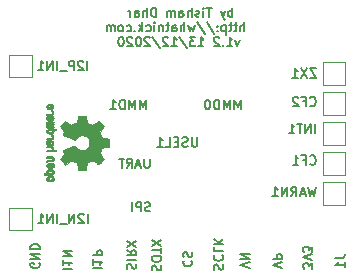
<source format=gbo>
G04 #@! TF.GenerationSoftware,KiCad,Pcbnew,(5.99.0-6951-g72beaf1538)*
G04 #@! TF.CreationDate,2020-12-13T17:26:36+11:00*
G04 #@! TF.ProjectId,ATM90E26_Breakout,41544d39-3045-4323-965f-427265616b6f,rev?*
G04 #@! TF.SameCoordinates,Original*
G04 #@! TF.FileFunction,Legend,Bot*
G04 #@! TF.FilePolarity,Positive*
%FSLAX46Y46*%
G04 Gerber Fmt 4.6, Leading zero omitted, Abs format (unit mm)*
G04 Created by KiCad (PCBNEW (5.99.0-6951-g72beaf1538)) date 2020-12-13 17:26:36*
%MOMM*%
%LPD*%
G01*
G04 APERTURE LIST*
%ADD10C,0.162560*%
%ADD11C,0.200000*%
%ADD12C,0.010000*%
%ADD13C,0.120000*%
G04 APERTURE END LIST*
D10*
X146559257Y-109654460D02*
X146448949Y-109691230D01*
X146265101Y-109691230D01*
X146191562Y-109654460D01*
X146154793Y-109617691D01*
X146118023Y-109544152D01*
X146118023Y-109470613D01*
X146154793Y-109397074D01*
X146191562Y-109360304D01*
X146265101Y-109323535D01*
X146412179Y-109286765D01*
X146485718Y-109249996D01*
X146522488Y-109213226D01*
X146559257Y-109139687D01*
X146559257Y-109066148D01*
X146522488Y-108992609D01*
X146485718Y-108955840D01*
X146412179Y-108919070D01*
X146228332Y-108919070D01*
X146118023Y-108955840D01*
X145787097Y-109691230D02*
X145787097Y-108919070D01*
X145492941Y-108919070D01*
X145419402Y-108955840D01*
X145382633Y-108992609D01*
X145345863Y-109066148D01*
X145345863Y-109176457D01*
X145382633Y-109249996D01*
X145419402Y-109286765D01*
X145492941Y-109323535D01*
X145787097Y-109323535D01*
X145014937Y-109691230D02*
X145014937Y-108919070D01*
X146758439Y-114702657D02*
X146721669Y-114592349D01*
X146721669Y-114408501D01*
X146758439Y-114334962D01*
X146795208Y-114298193D01*
X146868747Y-114261423D01*
X146942286Y-114261423D01*
X147015825Y-114298193D01*
X147052595Y-114334962D01*
X147089364Y-114408501D01*
X147126134Y-114555579D01*
X147162903Y-114629118D01*
X147199673Y-114665888D01*
X147273212Y-114702657D01*
X147346751Y-114702657D01*
X147420290Y-114665888D01*
X147457060Y-114629118D01*
X147493829Y-114555579D01*
X147493829Y-114371732D01*
X147457060Y-114261423D01*
X147493829Y-113783419D02*
X147493829Y-113636341D01*
X147457060Y-113562802D01*
X147383520Y-113489263D01*
X147236442Y-113452494D01*
X146979056Y-113452494D01*
X146831978Y-113489263D01*
X146758439Y-113562802D01*
X146721669Y-113636341D01*
X146721669Y-113783419D01*
X146758439Y-113856958D01*
X146831978Y-113930497D01*
X146979056Y-113967267D01*
X147236442Y-113967267D01*
X147383520Y-113930497D01*
X147457060Y-113856958D01*
X147493829Y-113783419D01*
X147493829Y-113231876D02*
X147493829Y-112790642D01*
X146721669Y-113011259D02*
X147493829Y-113011259D01*
X147493829Y-112606795D02*
X146721669Y-112092021D01*
X147493829Y-112092021D02*
X146721669Y-112606795D01*
X154139727Y-95201457D02*
X153955879Y-95716230D01*
X153772032Y-95201457D01*
X153073411Y-95716230D02*
X153514645Y-95716230D01*
X153294028Y-95716230D02*
X153294028Y-94944070D01*
X153367567Y-95054379D01*
X153441106Y-95127918D01*
X153514645Y-95164687D01*
X152742485Y-95642691D02*
X152705716Y-95679460D01*
X152742485Y-95716230D01*
X152779255Y-95679460D01*
X152742485Y-95642691D01*
X152742485Y-95716230D01*
X152411559Y-95017609D02*
X152374790Y-94980840D01*
X152301251Y-94944070D01*
X152117403Y-94944070D01*
X152043864Y-94980840D01*
X152007095Y-95017609D01*
X151970325Y-95091148D01*
X151970325Y-95164687D01*
X152007095Y-95274996D01*
X152448329Y-95716230D01*
X151970325Y-95716230D01*
X150646622Y-95716230D02*
X151087856Y-95716230D01*
X150867239Y-95716230D02*
X150867239Y-94944070D01*
X150940778Y-95054379D01*
X151014317Y-95127918D01*
X151087856Y-95164687D01*
X150389236Y-94944070D02*
X149911232Y-94944070D01*
X150168618Y-95238226D01*
X150058310Y-95238226D01*
X149984771Y-95274996D01*
X149948001Y-95311765D01*
X149911232Y-95385304D01*
X149911232Y-95569152D01*
X149948001Y-95642691D01*
X149984771Y-95679460D01*
X150058310Y-95716230D01*
X150278927Y-95716230D01*
X150352466Y-95679460D01*
X150389236Y-95642691D01*
X149028763Y-94907300D02*
X149690615Y-95900078D01*
X148366912Y-95716230D02*
X148808146Y-95716230D01*
X148587529Y-95716230D02*
X148587529Y-94944070D01*
X148661068Y-95054379D01*
X148734607Y-95127918D01*
X148808146Y-95164687D01*
X148072756Y-95017609D02*
X148035986Y-94980840D01*
X147962447Y-94944070D01*
X147778599Y-94944070D01*
X147705060Y-94980840D01*
X147668291Y-95017609D01*
X147631521Y-95091148D01*
X147631521Y-95164687D01*
X147668291Y-95274996D01*
X148109525Y-95716230D01*
X147631521Y-95716230D01*
X146749053Y-94907300D02*
X147410904Y-95900078D01*
X146528436Y-95017609D02*
X146491666Y-94980840D01*
X146418127Y-94944070D01*
X146234279Y-94944070D01*
X146160740Y-94980840D01*
X146123971Y-95017609D01*
X146087201Y-95091148D01*
X146087201Y-95164687D01*
X146123971Y-95274996D01*
X146565205Y-95716230D01*
X146087201Y-95716230D01*
X145609197Y-94944070D02*
X145535658Y-94944070D01*
X145462119Y-94980840D01*
X145425350Y-95017609D01*
X145388580Y-95091148D01*
X145351811Y-95238226D01*
X145351811Y-95422074D01*
X145388580Y-95569152D01*
X145425350Y-95642691D01*
X145462119Y-95679460D01*
X145535658Y-95716230D01*
X145609197Y-95716230D01*
X145682736Y-95679460D01*
X145719506Y-95642691D01*
X145756276Y-95569152D01*
X145793045Y-95422074D01*
X145793045Y-95238226D01*
X145756276Y-95091148D01*
X145719506Y-95017609D01*
X145682736Y-94980840D01*
X145609197Y-94944070D01*
X145057655Y-95017609D02*
X145020885Y-94980840D01*
X144947346Y-94944070D01*
X144763498Y-94944070D01*
X144689959Y-94980840D01*
X144653190Y-95017609D01*
X144616420Y-95091148D01*
X144616420Y-95164687D01*
X144653190Y-95274996D01*
X145094424Y-95716230D01*
X144616420Y-95716230D01*
X144138416Y-94944070D02*
X144064877Y-94944070D01*
X143991338Y-94980840D01*
X143954569Y-95017609D01*
X143917799Y-95091148D01*
X143881030Y-95238226D01*
X143881030Y-95422074D01*
X143917799Y-95569152D01*
X143954569Y-95642691D01*
X143991338Y-95679460D01*
X144064877Y-95716230D01*
X144138416Y-95716230D01*
X144211956Y-95679460D01*
X144248725Y-95642691D01*
X144285495Y-95569152D01*
X144322264Y-95422074D01*
X144322264Y-95238226D01*
X144285495Y-95091148D01*
X144248725Y-95017609D01*
X144211956Y-94980840D01*
X144138416Y-94944070D01*
X149436808Y-113869054D02*
X149400039Y-113905823D01*
X149363269Y-114016132D01*
X149363269Y-114089671D01*
X149400039Y-114199979D01*
X149473578Y-114273518D01*
X149547117Y-114310288D01*
X149694195Y-114347057D01*
X149804503Y-114347057D01*
X149951581Y-114310288D01*
X150025120Y-114273518D01*
X150098660Y-114199979D01*
X150135429Y-114089671D01*
X150135429Y-114016132D01*
X150098660Y-113905823D01*
X150061890Y-113869054D01*
X149400039Y-113574897D02*
X149363269Y-113464589D01*
X149363269Y-113280741D01*
X149400039Y-113207202D01*
X149436808Y-113170433D01*
X149510347Y-113133663D01*
X149583886Y-113133663D01*
X149657425Y-113170433D01*
X149694195Y-113207202D01*
X149730964Y-113280741D01*
X149767734Y-113427819D01*
X149804503Y-113501358D01*
X149841273Y-113538128D01*
X149914812Y-113574897D01*
X149988351Y-113574897D01*
X150061890Y-113538128D01*
X150098660Y-113501358D01*
X150135429Y-113427819D01*
X150135429Y-113243972D01*
X150098660Y-113133663D01*
X160295429Y-114561627D02*
X160295429Y-114083623D01*
X160001273Y-114341010D01*
X160001273Y-114230701D01*
X159964503Y-114157162D01*
X159927734Y-114120393D01*
X159854195Y-114083623D01*
X159670347Y-114083623D01*
X159596808Y-114120393D01*
X159560039Y-114157162D01*
X159523269Y-114230701D01*
X159523269Y-114451318D01*
X159560039Y-114524857D01*
X159596808Y-114561627D01*
X160295429Y-113863006D02*
X159523269Y-113605619D01*
X160295429Y-113348233D01*
X160295429Y-113164385D02*
X160295429Y-112686381D01*
X160001273Y-112943768D01*
X160001273Y-112833459D01*
X159964503Y-112759920D01*
X159927734Y-112723151D01*
X159854195Y-112686381D01*
X159670347Y-112686381D01*
X159596808Y-112723151D01*
X159560039Y-112759920D01*
X159523269Y-112833459D01*
X159523269Y-113054076D01*
X159560039Y-113127616D01*
X159596808Y-113164385D01*
X139152469Y-114589688D02*
X139924629Y-114589688D01*
X139152469Y-113817528D02*
X139152469Y-114258762D01*
X139152469Y-114038145D02*
X139924629Y-114038145D01*
X139814320Y-114111684D01*
X139740781Y-114185223D01*
X139704012Y-114258762D01*
X139152469Y-113486602D02*
X139924629Y-113486602D01*
X139152469Y-113045368D01*
X139924629Y-113045368D01*
X154548788Y-94471630D02*
X154548788Y-93699470D01*
X154217862Y-94471630D02*
X154217862Y-94067165D01*
X154254632Y-93993626D01*
X154328171Y-93956857D01*
X154438479Y-93956857D01*
X154512018Y-93993626D01*
X154548788Y-94030396D01*
X153960476Y-93956857D02*
X153666319Y-93956857D01*
X153850167Y-93699470D02*
X153850167Y-94361321D01*
X153813397Y-94434860D01*
X153739858Y-94471630D01*
X153666319Y-94471630D01*
X153519241Y-93956857D02*
X153225085Y-93956857D01*
X153408933Y-93699470D02*
X153408933Y-94361321D01*
X153372163Y-94434860D01*
X153298624Y-94471630D01*
X153225085Y-94471630D01*
X152967698Y-93956857D02*
X152967698Y-94729017D01*
X152967698Y-93993626D02*
X152894159Y-93956857D01*
X152747081Y-93956857D01*
X152673542Y-93993626D01*
X152636773Y-94030396D01*
X152600003Y-94103935D01*
X152600003Y-94324552D01*
X152636773Y-94398091D01*
X152673542Y-94434860D01*
X152747081Y-94471630D01*
X152894159Y-94471630D01*
X152967698Y-94434860D01*
X152269077Y-94398091D02*
X152232308Y-94434860D01*
X152269077Y-94471630D01*
X152305847Y-94434860D01*
X152269077Y-94398091D01*
X152269077Y-94471630D01*
X152269077Y-93993626D02*
X152232308Y-94030396D01*
X152269077Y-94067165D01*
X152305847Y-94030396D01*
X152269077Y-93993626D01*
X152269077Y-94067165D01*
X151349839Y-93662700D02*
X152011691Y-94655478D01*
X150540910Y-93662700D02*
X151202761Y-94655478D01*
X150357062Y-93956857D02*
X150209984Y-94471630D01*
X150062906Y-94103935D01*
X149915828Y-94471630D01*
X149768750Y-93956857D01*
X149474594Y-94471630D02*
X149474594Y-93699470D01*
X149143668Y-94471630D02*
X149143668Y-94067165D01*
X149180437Y-93993626D01*
X149253976Y-93956857D01*
X149364285Y-93956857D01*
X149437824Y-93993626D01*
X149474594Y-94030396D01*
X148445047Y-94471630D02*
X148445047Y-94067165D01*
X148481816Y-93993626D01*
X148555356Y-93956857D01*
X148702434Y-93956857D01*
X148775973Y-93993626D01*
X148445047Y-94434860D02*
X148518586Y-94471630D01*
X148702434Y-94471630D01*
X148775973Y-94434860D01*
X148812742Y-94361321D01*
X148812742Y-94287782D01*
X148775973Y-94214243D01*
X148702434Y-94177474D01*
X148518586Y-94177474D01*
X148445047Y-94140704D01*
X148187660Y-93956857D02*
X147893504Y-93956857D01*
X148077352Y-93699470D02*
X148077352Y-94361321D01*
X148040582Y-94434860D01*
X147967043Y-94471630D01*
X147893504Y-94471630D01*
X147636117Y-93956857D02*
X147636117Y-94471630D01*
X147636117Y-94030396D02*
X147599348Y-93993626D01*
X147525809Y-93956857D01*
X147415500Y-93956857D01*
X147341961Y-93993626D01*
X147305192Y-94067165D01*
X147305192Y-94471630D01*
X146937496Y-94471630D02*
X146937496Y-93956857D01*
X146937496Y-93699470D02*
X146974266Y-93736240D01*
X146937496Y-93773009D01*
X146900727Y-93736240D01*
X146937496Y-93699470D01*
X146937496Y-93773009D01*
X146238876Y-94434860D02*
X146312415Y-94471630D01*
X146459493Y-94471630D01*
X146533032Y-94434860D01*
X146569801Y-94398091D01*
X146606571Y-94324552D01*
X146606571Y-94103935D01*
X146569801Y-94030396D01*
X146533032Y-93993626D01*
X146459493Y-93956857D01*
X146312415Y-93956857D01*
X146238876Y-93993626D01*
X145907950Y-94471630D02*
X145907950Y-93699470D01*
X145834411Y-94177474D02*
X145613794Y-94471630D01*
X145613794Y-93956857D02*
X145907950Y-94251013D01*
X145282868Y-94398091D02*
X145246098Y-94434860D01*
X145282868Y-94471630D01*
X145319637Y-94434860D01*
X145282868Y-94398091D01*
X145282868Y-94471630D01*
X144584247Y-94434860D02*
X144657786Y-94471630D01*
X144804864Y-94471630D01*
X144878403Y-94434860D01*
X144915173Y-94398091D01*
X144951942Y-94324552D01*
X144951942Y-94103935D01*
X144915173Y-94030396D01*
X144878403Y-93993626D01*
X144804864Y-93956857D01*
X144657786Y-93956857D01*
X144584247Y-93993626D01*
X144143013Y-94471630D02*
X144216552Y-94434860D01*
X144253321Y-94398091D01*
X144290091Y-94324552D01*
X144290091Y-94103935D01*
X144253321Y-94030396D01*
X144216552Y-93993626D01*
X144143013Y-93956857D01*
X144032704Y-93956857D01*
X143959165Y-93993626D01*
X143922396Y-94030396D01*
X143885626Y-94103935D01*
X143885626Y-94324552D01*
X143922396Y-94398091D01*
X143959165Y-94434860D01*
X144032704Y-94471630D01*
X144143013Y-94471630D01*
X143554700Y-94471630D02*
X143554700Y-93956857D01*
X143554700Y-94030396D02*
X143517931Y-93993626D01*
X143444392Y-93956857D01*
X143334083Y-93956857D01*
X143260544Y-93993626D01*
X143223775Y-94067165D01*
X143223775Y-94471630D01*
X143223775Y-94067165D02*
X143187005Y-93993626D01*
X143113466Y-93956857D01*
X143003157Y-93956857D01*
X142929618Y-93993626D01*
X142892849Y-94067165D01*
X142892849Y-94471630D01*
X154986829Y-114522196D02*
X154214669Y-114264810D01*
X154986829Y-114007423D01*
X154214669Y-113750036D02*
X154986829Y-113750036D01*
X154214669Y-113308802D01*
X154986829Y-113308802D01*
X146522488Y-105236070D02*
X146522488Y-105861152D01*
X146485718Y-105934691D01*
X146448949Y-105971460D01*
X146375410Y-106008230D01*
X146228332Y-106008230D01*
X146154793Y-105971460D01*
X146118023Y-105934691D01*
X146081254Y-105861152D01*
X146081254Y-105236070D01*
X145750328Y-105787613D02*
X145382633Y-105787613D01*
X145823867Y-106008230D02*
X145566480Y-105236070D01*
X145309094Y-106008230D01*
X144610473Y-106008230D02*
X144867859Y-105640535D01*
X145051707Y-106008230D02*
X145051707Y-105236070D01*
X144757551Y-105236070D01*
X144684012Y-105272840D01*
X144647242Y-105309609D01*
X144610473Y-105383148D01*
X144610473Y-105493457D01*
X144647242Y-105566996D01*
X144684012Y-105603765D01*
X144757551Y-105640535D01*
X145051707Y-105640535D01*
X144389856Y-105236070D02*
X143948621Y-105236070D01*
X144169238Y-106008230D02*
X144169238Y-105236070D01*
X144650239Y-114575657D02*
X144613469Y-114465349D01*
X144613469Y-114281501D01*
X144650239Y-114207962D01*
X144687008Y-114171193D01*
X144760547Y-114134423D01*
X144834086Y-114134423D01*
X144907625Y-114171193D01*
X144944395Y-114207962D01*
X144981164Y-114281501D01*
X145017934Y-114428579D01*
X145054703Y-114502118D01*
X145091473Y-114538888D01*
X145165012Y-114575657D01*
X145238551Y-114575657D01*
X145312090Y-114538888D01*
X145348860Y-114502118D01*
X145385629Y-114428579D01*
X145385629Y-114244732D01*
X145348860Y-114134423D01*
X144613469Y-113803497D02*
X145385629Y-113803497D01*
X144613469Y-112994568D02*
X144981164Y-113251955D01*
X144613469Y-113435802D02*
X145385629Y-113435802D01*
X145385629Y-113141646D01*
X145348860Y-113068107D01*
X145312090Y-113031337D01*
X145238551Y-112994568D01*
X145128242Y-112994568D01*
X145054703Y-113031337D01*
X145017934Y-113068107D01*
X144981164Y-113141646D01*
X144981164Y-113435802D01*
X145385629Y-112737181D02*
X144613469Y-112222408D01*
X145385629Y-112222408D02*
X144613469Y-112737181D01*
X153532788Y-93227030D02*
X153532788Y-92454870D01*
X153532788Y-92749026D02*
X153459249Y-92712257D01*
X153312171Y-92712257D01*
X153238632Y-92749026D01*
X153201862Y-92785796D01*
X153165093Y-92859335D01*
X153165093Y-93079952D01*
X153201862Y-93153491D01*
X153238632Y-93190260D01*
X153312171Y-93227030D01*
X153459249Y-93227030D01*
X153532788Y-93190260D01*
X152907706Y-92712257D02*
X152723858Y-93227030D01*
X152540011Y-92712257D02*
X152723858Y-93227030D01*
X152797397Y-93410878D01*
X152834167Y-93447647D01*
X152907706Y-93484417D01*
X151767851Y-92454870D02*
X151326616Y-92454870D01*
X151547234Y-93227030D02*
X151547234Y-92454870D01*
X151069230Y-93227030D02*
X151069230Y-92712257D01*
X151069230Y-92454870D02*
X151105999Y-92491640D01*
X151069230Y-92528409D01*
X151032460Y-92491640D01*
X151069230Y-92454870D01*
X151069230Y-92528409D01*
X150738304Y-93190260D02*
X150664765Y-93227030D01*
X150517687Y-93227030D01*
X150444148Y-93190260D01*
X150407378Y-93116721D01*
X150407378Y-93079952D01*
X150444148Y-93006413D01*
X150517687Y-92969643D01*
X150627996Y-92969643D01*
X150701535Y-92932874D01*
X150738304Y-92859335D01*
X150738304Y-92822565D01*
X150701535Y-92749026D01*
X150627996Y-92712257D01*
X150517687Y-92712257D01*
X150444148Y-92749026D01*
X150076453Y-93227030D02*
X150076453Y-92454870D01*
X149745527Y-93227030D02*
X149745527Y-92822565D01*
X149782296Y-92749026D01*
X149855836Y-92712257D01*
X149966144Y-92712257D01*
X150039683Y-92749026D01*
X150076453Y-92785796D01*
X149046906Y-93227030D02*
X149046906Y-92822565D01*
X149083676Y-92749026D01*
X149157215Y-92712257D01*
X149304293Y-92712257D01*
X149377832Y-92749026D01*
X149046906Y-93190260D02*
X149120445Y-93227030D01*
X149304293Y-93227030D01*
X149377832Y-93190260D01*
X149414601Y-93116721D01*
X149414601Y-93043182D01*
X149377832Y-92969643D01*
X149304293Y-92932874D01*
X149120445Y-92932874D01*
X149046906Y-92896104D01*
X148679211Y-93227030D02*
X148679211Y-92712257D01*
X148679211Y-92785796D02*
X148642441Y-92749026D01*
X148568902Y-92712257D01*
X148458594Y-92712257D01*
X148385055Y-92749026D01*
X148348285Y-92822565D01*
X148348285Y-93227030D01*
X148348285Y-92822565D02*
X148311516Y-92749026D01*
X148237976Y-92712257D01*
X148127668Y-92712257D01*
X148054129Y-92749026D01*
X148017359Y-92822565D01*
X148017359Y-93227030D01*
X147061352Y-93227030D02*
X147061352Y-92454870D01*
X146877504Y-92454870D01*
X146767196Y-92491640D01*
X146693656Y-92565179D01*
X146656887Y-92638718D01*
X146620117Y-92785796D01*
X146620117Y-92896104D01*
X146656887Y-93043182D01*
X146693656Y-93116721D01*
X146767196Y-93190260D01*
X146877504Y-93227030D01*
X147061352Y-93227030D01*
X146289192Y-93227030D02*
X146289192Y-92454870D01*
X145958266Y-93227030D02*
X145958266Y-92822565D01*
X145995036Y-92749026D01*
X146068575Y-92712257D01*
X146178883Y-92712257D01*
X146252422Y-92749026D01*
X146289192Y-92785796D01*
X145259645Y-93227030D02*
X145259645Y-92822565D01*
X145296415Y-92749026D01*
X145369954Y-92712257D01*
X145517032Y-92712257D01*
X145590571Y-92749026D01*
X145259645Y-93190260D02*
X145333184Y-93227030D01*
X145517032Y-93227030D01*
X145590571Y-93190260D01*
X145627340Y-93116721D01*
X145627340Y-93043182D01*
X145590571Y-92969643D01*
X145517032Y-92932874D01*
X145333184Y-92932874D01*
X145259645Y-92896104D01*
X144891950Y-93227030D02*
X144891950Y-92712257D01*
X144891950Y-92859335D02*
X144855180Y-92785796D01*
X144818411Y-92749026D01*
X144744872Y-92712257D01*
X144671333Y-92712257D01*
X141743269Y-114538888D02*
X142515429Y-114538888D01*
X141743269Y-113766728D02*
X141743269Y-114207962D01*
X141743269Y-113987345D02*
X142515429Y-113987345D01*
X142405120Y-114060884D01*
X142331581Y-114134423D01*
X142294812Y-114207962D01*
X141743269Y-113435802D02*
X142515429Y-113435802D01*
X142515429Y-113141646D01*
X142478660Y-113068107D01*
X142441890Y-113031337D01*
X142368351Y-112994568D01*
X142258042Y-112994568D01*
X142184503Y-113031337D01*
X142147734Y-113068107D01*
X142110964Y-113141646D01*
X142110964Y-113435802D01*
X152016239Y-114626457D02*
X151979469Y-114516149D01*
X151979469Y-114332301D01*
X152016239Y-114258762D01*
X152053008Y-114221993D01*
X152126547Y-114185223D01*
X152200086Y-114185223D01*
X152273625Y-114221993D01*
X152310395Y-114258762D01*
X152347164Y-114332301D01*
X152383934Y-114479379D01*
X152420703Y-114552918D01*
X152457473Y-114589688D01*
X152531012Y-114626457D01*
X152604551Y-114626457D01*
X152678090Y-114589688D01*
X152714860Y-114552918D01*
X152751629Y-114479379D01*
X152751629Y-114295532D01*
X152714860Y-114185223D01*
X152053008Y-113413063D02*
X152016239Y-113449833D01*
X151979469Y-113560141D01*
X151979469Y-113633680D01*
X152016239Y-113743989D01*
X152089778Y-113817528D01*
X152163317Y-113854297D01*
X152310395Y-113891067D01*
X152420703Y-113891067D01*
X152567781Y-113854297D01*
X152641320Y-113817528D01*
X152714860Y-113743989D01*
X152751629Y-113633680D01*
X152751629Y-113560141D01*
X152714860Y-113449833D01*
X152678090Y-113413063D01*
X151979469Y-112714442D02*
X151979469Y-113082137D01*
X152751629Y-113082137D01*
X151979469Y-112457056D02*
X152751629Y-112457056D01*
X151979469Y-112015821D02*
X152420703Y-112346747D01*
X152751629Y-112015821D02*
X152310395Y-112457056D01*
X157704629Y-114522196D02*
X156932469Y-114264810D01*
X157704629Y-114007423D01*
X156932469Y-113750036D02*
X157704629Y-113750036D01*
X157704629Y-113455880D01*
X157667860Y-113382341D01*
X157631090Y-113345572D01*
X157557551Y-113308802D01*
X157447242Y-113308802D01*
X157373703Y-113345572D01*
X157336934Y-113382341D01*
X157300164Y-113455880D01*
X157300164Y-113750036D01*
X137170060Y-114083623D02*
X137206829Y-114157162D01*
X137206829Y-114267471D01*
X137170060Y-114377779D01*
X137096520Y-114451318D01*
X137022981Y-114488088D01*
X136875903Y-114524857D01*
X136765595Y-114524857D01*
X136618517Y-114488088D01*
X136544978Y-114451318D01*
X136471439Y-114377779D01*
X136434669Y-114267471D01*
X136434669Y-114193932D01*
X136471439Y-114083623D01*
X136508208Y-114046854D01*
X136765595Y-114046854D01*
X136765595Y-114193932D01*
X136434669Y-113715928D02*
X137206829Y-113715928D01*
X136434669Y-113274694D01*
X137206829Y-113274694D01*
X136434669Y-112906998D02*
X137206829Y-112906998D01*
X137206829Y-112723151D01*
X137170060Y-112612842D01*
X137096520Y-112539303D01*
X137022981Y-112502534D01*
X136875903Y-112465764D01*
X136765595Y-112465764D01*
X136618517Y-112502534D01*
X136544978Y-112539303D01*
X136471439Y-112612842D01*
X136434669Y-112723151D01*
X136434669Y-112906998D01*
D11*
X162248904Y-113652733D02*
X162820333Y-113652733D01*
X162934619Y-113614638D01*
X163010809Y-113538447D01*
X163048904Y-113424161D01*
X163048904Y-113347971D01*
X163048904Y-114452733D02*
X163048904Y-113995590D01*
X163048904Y-114224161D02*
X162248904Y-114224161D01*
X162363190Y-114147971D01*
X162439380Y-114071780D01*
X162477476Y-113995590D01*
X160102380Y-105695714D02*
X160140475Y-105733809D01*
X160254761Y-105771904D01*
X160330951Y-105771904D01*
X160445237Y-105733809D01*
X160521428Y-105657619D01*
X160559523Y-105581428D01*
X160597618Y-105429047D01*
X160597618Y-105314761D01*
X160559523Y-105162380D01*
X160521428Y-105086190D01*
X160445237Y-105010000D01*
X160330951Y-104971904D01*
X160254761Y-104971904D01*
X160140475Y-105010000D01*
X160102380Y-105048095D01*
X159492856Y-105352857D02*
X159759523Y-105352857D01*
X159759523Y-105771904D02*
X159759523Y-104971904D01*
X159378570Y-104971904D01*
X158654761Y-105771904D02*
X159111904Y-105771904D01*
X158883332Y-105771904D02*
X158883332Y-104971904D01*
X158959523Y-105086190D01*
X159035713Y-105162380D01*
X159111904Y-105200476D01*
X160102380Y-100742714D02*
X160140475Y-100780809D01*
X160254761Y-100818904D01*
X160330951Y-100818904D01*
X160445237Y-100780809D01*
X160521428Y-100704619D01*
X160559523Y-100628428D01*
X160597618Y-100476047D01*
X160597618Y-100361761D01*
X160559523Y-100209380D01*
X160521428Y-100133190D01*
X160445237Y-100057000D01*
X160330951Y-100018904D01*
X160254761Y-100018904D01*
X160140475Y-100057000D01*
X160102380Y-100095095D01*
X159492856Y-100399857D02*
X159759523Y-100399857D01*
X159759523Y-100818904D02*
X159759523Y-100018904D01*
X159378570Y-100018904D01*
X159111904Y-100095095D02*
X159073809Y-100057000D01*
X158997618Y-100018904D01*
X158807142Y-100018904D01*
X158730951Y-100057000D01*
X158692856Y-100095095D01*
X158654761Y-100171285D01*
X158654761Y-100247476D01*
X158692856Y-100361761D01*
X159149999Y-100818904D01*
X158654761Y-100818904D01*
X160635714Y-107638904D02*
X160445238Y-108438904D01*
X160292857Y-107867476D01*
X160140476Y-108438904D01*
X159950000Y-107638904D01*
X159683333Y-108210333D02*
X159302380Y-108210333D01*
X159759523Y-108438904D02*
X159492857Y-107638904D01*
X159226190Y-108438904D01*
X158502380Y-108438904D02*
X158769047Y-108057952D01*
X158959523Y-108438904D02*
X158959523Y-107638904D01*
X158654761Y-107638904D01*
X158578571Y-107677000D01*
X158540476Y-107715095D01*
X158502380Y-107791285D01*
X158502380Y-107905571D01*
X158540476Y-107981761D01*
X158578571Y-108019857D01*
X158654761Y-108057952D01*
X158959523Y-108057952D01*
X158159523Y-108438904D02*
X158159523Y-107638904D01*
X157702380Y-108438904D01*
X157702380Y-107638904D01*
X156902380Y-108438904D02*
X157359523Y-108438904D01*
X157130952Y-108438904D02*
X157130952Y-107638904D01*
X157207142Y-107753190D01*
X157283333Y-107829380D01*
X157359523Y-107867476D01*
X160559523Y-103104904D02*
X160559523Y-102304904D01*
X160178571Y-103104904D02*
X160178571Y-102304904D01*
X159721428Y-103104904D01*
X159721428Y-102304904D01*
X159454762Y-102304904D02*
X158997619Y-102304904D01*
X159226190Y-103104904D02*
X159226190Y-102304904D01*
X158311904Y-103104904D02*
X158769047Y-103104904D01*
X158540476Y-103104904D02*
X158540476Y-102304904D01*
X158616666Y-102419190D01*
X158692857Y-102495380D01*
X158769047Y-102533476D01*
X160635714Y-97605904D02*
X160102381Y-97605904D01*
X160635714Y-98405904D01*
X160102381Y-98405904D01*
X159873809Y-97605904D02*
X159340476Y-98405904D01*
X159340476Y-97605904D02*
X159873809Y-98405904D01*
X158616666Y-98405904D02*
X159073809Y-98405904D01*
X158845238Y-98405904D02*
X158845238Y-97605904D01*
X158921428Y-97720190D01*
X158997619Y-97796380D01*
X159073809Y-97834476D01*
X141268190Y-97740504D02*
X141268190Y-96940504D01*
X140925333Y-97016695D02*
X140887238Y-96978600D01*
X140811047Y-96940504D01*
X140620571Y-96940504D01*
X140544380Y-96978600D01*
X140506285Y-97016695D01*
X140468190Y-97092885D01*
X140468190Y-97169076D01*
X140506285Y-97283361D01*
X140963428Y-97740504D01*
X140468190Y-97740504D01*
X140125333Y-97740504D02*
X140125333Y-96940504D01*
X139820571Y-96940504D01*
X139744380Y-96978600D01*
X139706285Y-97016695D01*
X139668190Y-97092885D01*
X139668190Y-97207171D01*
X139706285Y-97283361D01*
X139744380Y-97321457D01*
X139820571Y-97359552D01*
X140125333Y-97359552D01*
X139515809Y-97816695D02*
X138906285Y-97816695D01*
X138715809Y-97740504D02*
X138715809Y-96940504D01*
X138334857Y-97740504D02*
X138334857Y-96940504D01*
X137877714Y-97740504D01*
X137877714Y-96940504D01*
X137077714Y-97740504D02*
X137534857Y-97740504D01*
X137306285Y-97740504D02*
X137306285Y-96940504D01*
X137382476Y-97054790D01*
X137458666Y-97130980D01*
X137534857Y-97169076D01*
X141306286Y-110724904D02*
X141306286Y-109924904D01*
X140963428Y-110001095D02*
X140925333Y-109963000D01*
X140849143Y-109924904D01*
X140658667Y-109924904D01*
X140582476Y-109963000D01*
X140544381Y-110001095D01*
X140506286Y-110077285D01*
X140506286Y-110153476D01*
X140544381Y-110267761D01*
X141001524Y-110724904D01*
X140506286Y-110724904D01*
X140163428Y-110724904D02*
X140163428Y-109924904D01*
X139706286Y-110724904D01*
X139706286Y-109924904D01*
X139515809Y-110801095D02*
X138906286Y-110801095D01*
X138715809Y-110724904D02*
X138715809Y-109924904D01*
X138334857Y-110724904D02*
X138334857Y-109924904D01*
X137877714Y-110724904D01*
X137877714Y-109924904D01*
X137077714Y-110724904D02*
X137534857Y-110724904D01*
X137306286Y-110724904D02*
X137306286Y-109924904D01*
X137382476Y-110039190D01*
X137458667Y-110115380D01*
X137534857Y-110153476D01*
X146237523Y-101053904D02*
X146237523Y-100253904D01*
X145970857Y-100825333D01*
X145704190Y-100253904D01*
X145704190Y-101053904D01*
X145323238Y-101053904D02*
X145323238Y-100253904D01*
X145056571Y-100825333D01*
X144789904Y-100253904D01*
X144789904Y-101053904D01*
X144408952Y-101053904D02*
X144408952Y-100253904D01*
X144218476Y-100253904D01*
X144104190Y-100292000D01*
X144028000Y-100368190D01*
X143989904Y-100444380D01*
X143951809Y-100596761D01*
X143951809Y-100711047D01*
X143989904Y-100863428D01*
X144028000Y-100939619D01*
X144104190Y-101015809D01*
X144218476Y-101053904D01*
X144408952Y-101053904D01*
X143189904Y-101053904D02*
X143647047Y-101053904D01*
X143418476Y-101053904D02*
X143418476Y-100253904D01*
X143494666Y-100368190D01*
X143570857Y-100444380D01*
X143647047Y-100482476D01*
X154238523Y-101053904D02*
X154238523Y-100253904D01*
X153971857Y-100825333D01*
X153705190Y-100253904D01*
X153705190Y-101053904D01*
X153324238Y-101053904D02*
X153324238Y-100253904D01*
X153057571Y-100825333D01*
X152790904Y-100253904D01*
X152790904Y-101053904D01*
X152409952Y-101053904D02*
X152409952Y-100253904D01*
X152219476Y-100253904D01*
X152105190Y-100292000D01*
X152029000Y-100368190D01*
X151990904Y-100444380D01*
X151952809Y-100596761D01*
X151952809Y-100711047D01*
X151990904Y-100863428D01*
X152029000Y-100939619D01*
X152105190Y-101015809D01*
X152219476Y-101053904D01*
X152409952Y-101053904D01*
X151457571Y-100253904D02*
X151381380Y-100253904D01*
X151305190Y-100292000D01*
X151267095Y-100330095D01*
X151229000Y-100406285D01*
X151190904Y-100558666D01*
X151190904Y-100749142D01*
X151229000Y-100901523D01*
X151267095Y-100977714D01*
X151305190Y-101015809D01*
X151381380Y-101053904D01*
X151457571Y-101053904D01*
X151533761Y-101015809D01*
X151571857Y-100977714D01*
X151609952Y-100901523D01*
X151648047Y-100749142D01*
X151648047Y-100558666D01*
X151609952Y-100406285D01*
X151571857Y-100330095D01*
X151533761Y-100292000D01*
X151457571Y-100253904D01*
X150555523Y-103428904D02*
X150555523Y-104076523D01*
X150517428Y-104152714D01*
X150479333Y-104190809D01*
X150403142Y-104228904D01*
X150250761Y-104228904D01*
X150174571Y-104190809D01*
X150136476Y-104152714D01*
X150098380Y-104076523D01*
X150098380Y-103428904D01*
X149755523Y-104190809D02*
X149641238Y-104228904D01*
X149450761Y-104228904D01*
X149374571Y-104190809D01*
X149336476Y-104152714D01*
X149298380Y-104076523D01*
X149298380Y-104000333D01*
X149336476Y-103924142D01*
X149374571Y-103886047D01*
X149450761Y-103847952D01*
X149603142Y-103809857D01*
X149679333Y-103771761D01*
X149717428Y-103733666D01*
X149755523Y-103657476D01*
X149755523Y-103581285D01*
X149717428Y-103505095D01*
X149679333Y-103467000D01*
X149603142Y-103428904D01*
X149412666Y-103428904D01*
X149298380Y-103467000D01*
X148955523Y-103809857D02*
X148688857Y-103809857D01*
X148574571Y-104228904D02*
X148955523Y-104228904D01*
X148955523Y-103428904D01*
X148574571Y-103428904D01*
X147850761Y-104228904D02*
X148231714Y-104228904D01*
X148231714Y-103428904D01*
X147165047Y-104228904D02*
X147622190Y-104228904D01*
X147393619Y-104228904D02*
X147393619Y-103428904D01*
X147469809Y-103543190D01*
X147546000Y-103619380D01*
X147622190Y-103657476D01*
G36*
X140838524Y-101592760D02*
G01*
X140933708Y-101593082D01*
X141004745Y-101594033D01*
X141055266Y-101595896D01*
X141088902Y-101598955D01*
X141109282Y-101603494D01*
X141120038Y-101609795D01*
X141124801Y-101618143D01*
X141126730Y-101626224D01*
X141133555Y-101659172D01*
X141143978Y-101711736D01*
X141156982Y-101778569D01*
X141171551Y-101854328D01*
X141186667Y-101933665D01*
X141201315Y-102011237D01*
X141214477Y-102081698D01*
X141225137Y-102139702D01*
X141232279Y-102179904D01*
X141234886Y-102196959D01*
X141236459Y-102198112D01*
X141256881Y-102207385D01*
X141295955Y-102223432D01*
X141347371Y-102243635D01*
X141416647Y-102271672D01*
X141496710Y-102306186D01*
X141567272Y-102338538D01*
X141583111Y-102345952D01*
X141632707Y-102366755D01*
X141670962Y-102379219D01*
X141690644Y-102380863D01*
X141692038Y-102380015D01*
X141712580Y-102366548D01*
X141752484Y-102339850D01*
X141807860Y-102302539D01*
X141874823Y-102257234D01*
X141949483Y-102206552D01*
X142034308Y-102149445D01*
X142100200Y-102106607D01*
X142148522Y-102077460D01*
X142182267Y-102060317D01*
X142204428Y-102053495D01*
X142217998Y-102055306D01*
X142219016Y-102055915D01*
X142238790Y-102072297D01*
X142274825Y-102105695D01*
X142323549Y-102152671D01*
X142381388Y-102209786D01*
X142444773Y-102273603D01*
X142509095Y-102339802D01*
X142569553Y-102404648D01*
X142610345Y-102452299D01*
X142632516Y-102483990D01*
X142637111Y-102500958D01*
X142636079Y-102503175D01*
X142622163Y-102526524D01*
X142594970Y-102568912D01*
X142557111Y-102626369D01*
X142511197Y-102694923D01*
X142459840Y-102770601D01*
X142291374Y-103017298D01*
X142341938Y-103128706D01*
X142343403Y-103131943D01*
X142373035Y-103200343D01*
X142402507Y-103272907D01*
X142425642Y-103334457D01*
X142425738Y-103334729D01*
X142443633Y-103383595D01*
X142458747Y-103421212D01*
X142467816Y-103439457D01*
X142468145Y-103439752D01*
X142486718Y-103445946D01*
X142528955Y-103456139D01*
X142590304Y-103469348D01*
X142666211Y-103484590D01*
X142752125Y-103500881D01*
X142755204Y-103501449D01*
X142842872Y-103517713D01*
X142922259Y-103532608D01*
X142988299Y-103545171D01*
X143035921Y-103554438D01*
X143060057Y-103559444D01*
X143061395Y-103559764D01*
X143071727Y-103563060D01*
X143079494Y-103569738D01*
X143085060Y-103583462D01*
X143088793Y-103607895D01*
X143091058Y-103646702D01*
X143092222Y-103703546D01*
X143092652Y-103782090D01*
X143092714Y-103886000D01*
X143092714Y-103899056D01*
X143092629Y-103999933D01*
X143092135Y-104075856D01*
X143090865Y-104130491D01*
X143088453Y-104167500D01*
X143084533Y-104190547D01*
X143078738Y-104203296D01*
X143070701Y-104209411D01*
X143060057Y-104212556D01*
X143059675Y-104212646D01*
X143034653Y-104217814D01*
X142986319Y-104227209D01*
X142919740Y-104239867D01*
X142839986Y-104254825D01*
X142752125Y-104271119D01*
X142744936Y-104272448D01*
X142659660Y-104288691D01*
X142584758Y-104303805D01*
X142524781Y-104316808D01*
X142484283Y-104326715D01*
X142467816Y-104332544D01*
X142467790Y-104332575D01*
X142458680Y-104350943D01*
X142443543Y-104388640D01*
X142425642Y-104437543D01*
X142424670Y-104440297D01*
X142401041Y-104502817D01*
X142371405Y-104575543D01*
X142341938Y-104643294D01*
X142291374Y-104754703D01*
X142459840Y-105001399D01*
X142471689Y-105018775D01*
X142522053Y-105093202D01*
X142566388Y-105159614D01*
X142602084Y-105214039D01*
X142626529Y-105252506D01*
X142637111Y-105271042D01*
X142634685Y-105283743D01*
X142615890Y-105312579D01*
X142578670Y-105357143D01*
X142521980Y-105418670D01*
X142444773Y-105498398D01*
X142437745Y-105505532D01*
X142374778Y-105568796D01*
X142317732Y-105624990D01*
X142270183Y-105670677D01*
X142235703Y-105702414D01*
X142217869Y-105716764D01*
X142217783Y-105716810D01*
X142204205Y-105718633D01*
X142182180Y-105711910D01*
X142148696Y-105694946D01*
X142100739Y-105666044D01*
X142035296Y-105623508D01*
X141949355Y-105565644D01*
X141934849Y-105555783D01*
X141861365Y-105505913D01*
X141796313Y-105461905D01*
X141743583Y-105426380D01*
X141707064Y-105401959D01*
X141690644Y-105391264D01*
X141687166Y-105390458D01*
X141661215Y-105395518D01*
X141618841Y-105410677D01*
X141567272Y-105433463D01*
X141499830Y-105464429D01*
X141419805Y-105499004D01*
X141347371Y-105528366D01*
X141328623Y-105535645D01*
X141280754Y-105554710D01*
X141247404Y-105568715D01*
X141234886Y-105575041D01*
X141233950Y-105582025D01*
X141228539Y-105613413D01*
X141219194Y-105664787D01*
X141206931Y-105730802D01*
X141192768Y-105806113D01*
X141177720Y-105885375D01*
X141162805Y-105963243D01*
X141149039Y-106034370D01*
X141137438Y-106093412D01*
X141129020Y-106135022D01*
X141124801Y-106153857D01*
X141123611Y-106156980D01*
X141117195Y-106164591D01*
X141103535Y-106170254D01*
X141079001Y-106174251D01*
X141039962Y-106176866D01*
X140982787Y-106178384D01*
X140903846Y-106179086D01*
X140799508Y-106179257D01*
X140482201Y-106179257D01*
X140467161Y-106103057D01*
X140465358Y-106093840D01*
X140456020Y-106044891D01*
X140443331Y-105977205D01*
X140428727Y-105898478D01*
X140413645Y-105816400D01*
X140407578Y-105784078D01*
X140392819Y-105711855D01*
X140378863Y-105651666D01*
X140367048Y-105609040D01*
X140358713Y-105589510D01*
X140345095Y-105580660D01*
X140309062Y-105564548D01*
X140262428Y-105548065D01*
X140244966Y-105542263D01*
X140187642Y-105520906D01*
X140119799Y-105493359D01*
X140052645Y-105464107D01*
X140017570Y-105448463D01*
X139965178Y-105426174D01*
X139925942Y-105410857D01*
X139906437Y-105405162D01*
X139904964Y-105405478D01*
X139884271Y-105416281D01*
X139844335Y-105440638D01*
X139789028Y-105476081D01*
X139722219Y-105520136D01*
X139647780Y-105570332D01*
X139405377Y-105735501D01*
X139188017Y-105518503D01*
X139167101Y-105497516D01*
X139104495Y-105433342D01*
X139050505Y-105375990D01*
X139008174Y-105328820D01*
X138980543Y-105295192D01*
X138970657Y-105278467D01*
X138978179Y-105260303D01*
X138999773Y-105222265D01*
X139032849Y-105168726D01*
X139074809Y-105103884D01*
X139123057Y-105031940D01*
X139170709Y-104961275D01*
X139212672Y-104897526D01*
X139245835Y-104845513D01*
X139267622Y-104809279D01*
X139275457Y-104792867D01*
X139275386Y-104791905D01*
X139267662Y-104770103D01*
X139249677Y-104731440D01*
X139224987Y-104683612D01*
X139224716Y-104683110D01*
X139192901Y-104619587D01*
X139177358Y-104576060D01*
X139177315Y-104549052D01*
X139192000Y-104535090D01*
X139206456Y-104529180D01*
X139245169Y-104513229D01*
X139304684Y-104488660D01*
X139381835Y-104456779D01*
X139473459Y-104418893D01*
X139576393Y-104376310D01*
X139687474Y-104330337D01*
X139788528Y-104288667D01*
X139892220Y-104246268D01*
X139984881Y-104208756D01*
X140063358Y-104177388D01*
X140124500Y-104153425D01*
X140165157Y-104138123D01*
X140182175Y-104132743D01*
X140197781Y-104143018D01*
X140223838Y-104171563D01*
X140254113Y-104211971D01*
X140333316Y-104308979D01*
X140434525Y-104395793D01*
X140545884Y-104459322D01*
X140664107Y-104499177D01*
X140785905Y-104514965D01*
X140907990Y-104506296D01*
X141027075Y-104472778D01*
X141139871Y-104414021D01*
X141243089Y-104329632D01*
X141283287Y-104285631D01*
X141354362Y-104180211D01*
X141400699Y-104067410D01*
X141423401Y-103950525D01*
X141423572Y-103832853D01*
X141402313Y-103717690D01*
X141360730Y-103608335D01*
X141299924Y-103508083D01*
X141220999Y-103420233D01*
X141125059Y-103348080D01*
X141013205Y-103294922D01*
X140886543Y-103264057D01*
X140825493Y-103258392D01*
X140693224Y-103266185D01*
X140567734Y-103301284D01*
X140451241Y-103362649D01*
X140345961Y-103449243D01*
X140254113Y-103560029D01*
X140225070Y-103598931D01*
X140198728Y-103628104D01*
X140182200Y-103639257D01*
X140167791Y-103634810D01*
X140129185Y-103620378D01*
X140069799Y-103597173D01*
X139992785Y-103566452D01*
X139901297Y-103529474D01*
X139798484Y-103487496D01*
X139687498Y-103441778D01*
X139586928Y-103400178D01*
X139483053Y-103357222D01*
X139390181Y-103318829D01*
X139311475Y-103286305D01*
X139250101Y-103260958D01*
X139209221Y-103244095D01*
X139192000Y-103237025D01*
X139191796Y-103236943D01*
X139177255Y-103222798D01*
X139177421Y-103195659D01*
X139193073Y-103152023D01*
X139224987Y-103088388D01*
X139227674Y-103083379D01*
X139251850Y-103036125D01*
X139268963Y-102998811D01*
X139275457Y-102979133D01*
X139267782Y-102963005D01*
X139246129Y-102926959D01*
X139213072Y-102875092D01*
X139171190Y-102811445D01*
X139123057Y-102740060D01*
X139075869Y-102669724D01*
X139033733Y-102604670D01*
X139000422Y-102550820D01*
X138978531Y-102512374D01*
X138970657Y-102493534D01*
X138971657Y-102490325D01*
X138987416Y-102467954D01*
X139019967Y-102429733D01*
X139066267Y-102379021D01*
X139123274Y-102319181D01*
X139187942Y-102253571D01*
X139405228Y-102036648D01*
X139653747Y-102205601D01*
X139902267Y-102374553D01*
X140013405Y-102323183D01*
X140013734Y-102323031D01*
X140084582Y-102292183D01*
X140163477Y-102260661D01*
X140233400Y-102235266D01*
X140244678Y-102231423D01*
X140297033Y-102212047D01*
X140337717Y-102194574D01*
X140358713Y-102182388D01*
X140361678Y-102177426D01*
X140371625Y-102147634D01*
X140384495Y-102097047D01*
X140398947Y-102031194D01*
X140413645Y-101955600D01*
X140417790Y-101932957D01*
X140432884Y-101851038D01*
X140447101Y-101774600D01*
X140459005Y-101711337D01*
X140467161Y-101668943D01*
X140482201Y-101592743D01*
X140799508Y-101592743D01*
X140838524Y-101592760D01*
G37*
D12*
X140838524Y-101592760D02*
X140933708Y-101593082D01*
X141004745Y-101594033D01*
X141055266Y-101595896D01*
X141088902Y-101598955D01*
X141109282Y-101603494D01*
X141120038Y-101609795D01*
X141124801Y-101618143D01*
X141126730Y-101626224D01*
X141133555Y-101659172D01*
X141143978Y-101711736D01*
X141156982Y-101778569D01*
X141171551Y-101854328D01*
X141186667Y-101933665D01*
X141201315Y-102011237D01*
X141214477Y-102081698D01*
X141225137Y-102139702D01*
X141232279Y-102179904D01*
X141234886Y-102196959D01*
X141236459Y-102198112D01*
X141256881Y-102207385D01*
X141295955Y-102223432D01*
X141347371Y-102243635D01*
X141416647Y-102271672D01*
X141496710Y-102306186D01*
X141567272Y-102338538D01*
X141583111Y-102345952D01*
X141632707Y-102366755D01*
X141670962Y-102379219D01*
X141690644Y-102380863D01*
X141692038Y-102380015D01*
X141712580Y-102366548D01*
X141752484Y-102339850D01*
X141807860Y-102302539D01*
X141874823Y-102257234D01*
X141949483Y-102206552D01*
X142034308Y-102149445D01*
X142100200Y-102106607D01*
X142148522Y-102077460D01*
X142182267Y-102060317D01*
X142204428Y-102053495D01*
X142217998Y-102055306D01*
X142219016Y-102055915D01*
X142238790Y-102072297D01*
X142274825Y-102105695D01*
X142323549Y-102152671D01*
X142381388Y-102209786D01*
X142444773Y-102273603D01*
X142509095Y-102339802D01*
X142569553Y-102404648D01*
X142610345Y-102452299D01*
X142632516Y-102483990D01*
X142637111Y-102500958D01*
X142636079Y-102503175D01*
X142622163Y-102526524D01*
X142594970Y-102568912D01*
X142557111Y-102626369D01*
X142511197Y-102694923D01*
X142459840Y-102770601D01*
X142291374Y-103017298D01*
X142341938Y-103128706D01*
X142343403Y-103131943D01*
X142373035Y-103200343D01*
X142402507Y-103272907D01*
X142425642Y-103334457D01*
X142425738Y-103334729D01*
X142443633Y-103383595D01*
X142458747Y-103421212D01*
X142467816Y-103439457D01*
X142468145Y-103439752D01*
X142486718Y-103445946D01*
X142528955Y-103456139D01*
X142590304Y-103469348D01*
X142666211Y-103484590D01*
X142752125Y-103500881D01*
X142755204Y-103501449D01*
X142842872Y-103517713D01*
X142922259Y-103532608D01*
X142988299Y-103545171D01*
X143035921Y-103554438D01*
X143060057Y-103559444D01*
X143061395Y-103559764D01*
X143071727Y-103563060D01*
X143079494Y-103569738D01*
X143085060Y-103583462D01*
X143088793Y-103607895D01*
X143091058Y-103646702D01*
X143092222Y-103703546D01*
X143092652Y-103782090D01*
X143092714Y-103886000D01*
X143092714Y-103899056D01*
X143092629Y-103999933D01*
X143092135Y-104075856D01*
X143090865Y-104130491D01*
X143088453Y-104167500D01*
X143084533Y-104190547D01*
X143078738Y-104203296D01*
X143070701Y-104209411D01*
X143060057Y-104212556D01*
X143059675Y-104212646D01*
X143034653Y-104217814D01*
X142986319Y-104227209D01*
X142919740Y-104239867D01*
X142839986Y-104254825D01*
X142752125Y-104271119D01*
X142744936Y-104272448D01*
X142659660Y-104288691D01*
X142584758Y-104303805D01*
X142524781Y-104316808D01*
X142484283Y-104326715D01*
X142467816Y-104332544D01*
X142467790Y-104332575D01*
X142458680Y-104350943D01*
X142443543Y-104388640D01*
X142425642Y-104437543D01*
X142424670Y-104440297D01*
X142401041Y-104502817D01*
X142371405Y-104575543D01*
X142341938Y-104643294D01*
X142291374Y-104754703D01*
X142459840Y-105001399D01*
X142471689Y-105018775D01*
X142522053Y-105093202D01*
X142566388Y-105159614D01*
X142602084Y-105214039D01*
X142626529Y-105252506D01*
X142637111Y-105271042D01*
X142634685Y-105283743D01*
X142615890Y-105312579D01*
X142578670Y-105357143D01*
X142521980Y-105418670D01*
X142444773Y-105498398D01*
X142437745Y-105505532D01*
X142374778Y-105568796D01*
X142317732Y-105624990D01*
X142270183Y-105670677D01*
X142235703Y-105702414D01*
X142217869Y-105716764D01*
X142217783Y-105716810D01*
X142204205Y-105718633D01*
X142182180Y-105711910D01*
X142148696Y-105694946D01*
X142100739Y-105666044D01*
X142035296Y-105623508D01*
X141949355Y-105565644D01*
X141934849Y-105555783D01*
X141861365Y-105505913D01*
X141796313Y-105461905D01*
X141743583Y-105426380D01*
X141707064Y-105401959D01*
X141690644Y-105391264D01*
X141687166Y-105390458D01*
X141661215Y-105395518D01*
X141618841Y-105410677D01*
X141567272Y-105433463D01*
X141499830Y-105464429D01*
X141419805Y-105499004D01*
X141347371Y-105528366D01*
X141328623Y-105535645D01*
X141280754Y-105554710D01*
X141247404Y-105568715D01*
X141234886Y-105575041D01*
X141233950Y-105582025D01*
X141228539Y-105613413D01*
X141219194Y-105664787D01*
X141206931Y-105730802D01*
X141192768Y-105806113D01*
X141177720Y-105885375D01*
X141162805Y-105963243D01*
X141149039Y-106034370D01*
X141137438Y-106093412D01*
X141129020Y-106135022D01*
X141124801Y-106153857D01*
X141123611Y-106156980D01*
X141117195Y-106164591D01*
X141103535Y-106170254D01*
X141079001Y-106174251D01*
X141039962Y-106176866D01*
X140982787Y-106178384D01*
X140903846Y-106179086D01*
X140799508Y-106179257D01*
X140482201Y-106179257D01*
X140467161Y-106103057D01*
X140465358Y-106093840D01*
X140456020Y-106044891D01*
X140443331Y-105977205D01*
X140428727Y-105898478D01*
X140413645Y-105816400D01*
X140407578Y-105784078D01*
X140392819Y-105711855D01*
X140378863Y-105651666D01*
X140367048Y-105609040D01*
X140358713Y-105589510D01*
X140345095Y-105580660D01*
X140309062Y-105564548D01*
X140262428Y-105548065D01*
X140244966Y-105542263D01*
X140187642Y-105520906D01*
X140119799Y-105493359D01*
X140052645Y-105464107D01*
X140017570Y-105448463D01*
X139965178Y-105426174D01*
X139925942Y-105410857D01*
X139906437Y-105405162D01*
X139904964Y-105405478D01*
X139884271Y-105416281D01*
X139844335Y-105440638D01*
X139789028Y-105476081D01*
X139722219Y-105520136D01*
X139647780Y-105570332D01*
X139405377Y-105735501D01*
X139188017Y-105518503D01*
X139167101Y-105497516D01*
X139104495Y-105433342D01*
X139050505Y-105375990D01*
X139008174Y-105328820D01*
X138980543Y-105295192D01*
X138970657Y-105278467D01*
X138978179Y-105260303D01*
X138999773Y-105222265D01*
X139032849Y-105168726D01*
X139074809Y-105103884D01*
X139123057Y-105031940D01*
X139170709Y-104961275D01*
X139212672Y-104897526D01*
X139245835Y-104845513D01*
X139267622Y-104809279D01*
X139275457Y-104792867D01*
X139275386Y-104791905D01*
X139267662Y-104770103D01*
X139249677Y-104731440D01*
X139224987Y-104683612D01*
X139224716Y-104683110D01*
X139192901Y-104619587D01*
X139177358Y-104576060D01*
X139177315Y-104549052D01*
X139192000Y-104535090D01*
X139206456Y-104529180D01*
X139245169Y-104513229D01*
X139304684Y-104488660D01*
X139381835Y-104456779D01*
X139473459Y-104418893D01*
X139576393Y-104376310D01*
X139687474Y-104330337D01*
X139788528Y-104288667D01*
X139892220Y-104246268D01*
X139984881Y-104208756D01*
X140063358Y-104177388D01*
X140124500Y-104153425D01*
X140165157Y-104138123D01*
X140182175Y-104132743D01*
X140197781Y-104143018D01*
X140223838Y-104171563D01*
X140254113Y-104211971D01*
X140333316Y-104308979D01*
X140434525Y-104395793D01*
X140545884Y-104459322D01*
X140664107Y-104499177D01*
X140785905Y-104514965D01*
X140907990Y-104506296D01*
X141027075Y-104472778D01*
X141139871Y-104414021D01*
X141243089Y-104329632D01*
X141283287Y-104285631D01*
X141354362Y-104180211D01*
X141400699Y-104067410D01*
X141423401Y-103950525D01*
X141423572Y-103832853D01*
X141402313Y-103717690D01*
X141360730Y-103608335D01*
X141299924Y-103508083D01*
X141220999Y-103420233D01*
X141125059Y-103348080D01*
X141013205Y-103294922D01*
X140886543Y-103264057D01*
X140825493Y-103258392D01*
X140693224Y-103266185D01*
X140567734Y-103301284D01*
X140451241Y-103362649D01*
X140345961Y-103449243D01*
X140254113Y-103560029D01*
X140225070Y-103598931D01*
X140198728Y-103628104D01*
X140182200Y-103639257D01*
X140167791Y-103634810D01*
X140129185Y-103620378D01*
X140069799Y-103597173D01*
X139992785Y-103566452D01*
X139901297Y-103529474D01*
X139798484Y-103487496D01*
X139687498Y-103441778D01*
X139586928Y-103400178D01*
X139483053Y-103357222D01*
X139390181Y-103318829D01*
X139311475Y-103286305D01*
X139250101Y-103260958D01*
X139209221Y-103244095D01*
X139192000Y-103237025D01*
X139191796Y-103236943D01*
X139177255Y-103222798D01*
X139177421Y-103195659D01*
X139193073Y-103152023D01*
X139224987Y-103088388D01*
X139227674Y-103083379D01*
X139251850Y-103036125D01*
X139268963Y-102998811D01*
X139275457Y-102979133D01*
X139267782Y-102963005D01*
X139246129Y-102926959D01*
X139213072Y-102875092D01*
X139171190Y-102811445D01*
X139123057Y-102740060D01*
X139075869Y-102669724D01*
X139033733Y-102604670D01*
X139000422Y-102550820D01*
X138978531Y-102512374D01*
X138970657Y-102493534D01*
X138971657Y-102490325D01*
X138987416Y-102467954D01*
X139019967Y-102429733D01*
X139066267Y-102379021D01*
X139123274Y-102319181D01*
X139187942Y-102253571D01*
X139405228Y-102036648D01*
X139653747Y-102205601D01*
X139902267Y-102374553D01*
X140013405Y-102323183D01*
X140013734Y-102323031D01*
X140084582Y-102292183D01*
X140163477Y-102260661D01*
X140233400Y-102235266D01*
X140244678Y-102231423D01*
X140297033Y-102212047D01*
X140337717Y-102194574D01*
X140358713Y-102182388D01*
X140361678Y-102177426D01*
X140371625Y-102147634D01*
X140384495Y-102097047D01*
X140398947Y-102031194D01*
X140413645Y-101955600D01*
X140417790Y-101932957D01*
X140432884Y-101851038D01*
X140447101Y-101774600D01*
X140459005Y-101711337D01*
X140467161Y-101668943D01*
X140482201Y-101592743D01*
X140799508Y-101592743D01*
X140838524Y-101592760D01*
G36*
X138082378Y-101026590D02*
G01*
X138043695Y-101026307D01*
X137967479Y-101022762D01*
X137911706Y-101013483D01*
X137870387Y-100996375D01*
X137837533Y-100969344D01*
X137810384Y-100934444D01*
X138099800Y-100934444D01*
X138103874Y-100936977D01*
X138128753Y-100937993D01*
X138168743Y-100934369D01*
X138207848Y-100925242D01*
X138257116Y-100896773D01*
X138284878Y-100855678D01*
X138288636Y-100806590D01*
X138265891Y-100754144D01*
X138254519Y-100739609D01*
X138228780Y-100722010D01*
X138203343Y-100729368D01*
X138176186Y-100762848D01*
X138145286Y-100823614D01*
X138140810Y-100833669D01*
X138119983Y-100881751D01*
X138105335Y-100917726D01*
X138099800Y-100934444D01*
X137810384Y-100934444D01*
X137807154Y-100930292D01*
X137793340Y-100905445D01*
X137784035Y-100865615D01*
X137784770Y-100809665D01*
X137787717Y-100778385D01*
X137796717Y-100740653D01*
X137816280Y-100710494D01*
X137852733Y-100675408D01*
X137858057Y-100670720D01*
X137899031Y-100639177D01*
X137934717Y-100624128D01*
X137977034Y-100620286D01*
X138039221Y-100620286D01*
X138022818Y-100663742D01*
X138003644Y-100695424D01*
X137958653Y-100722962D01*
X137944248Y-100728711D01*
X137903454Y-100760855D01*
X137882919Y-100804611D01*
X137884765Y-100852254D01*
X137911114Y-100896057D01*
X137927545Y-100911111D01*
X137952333Y-100924763D01*
X137974856Y-100920493D01*
X137998036Y-100895916D01*
X138024798Y-100848651D01*
X138058066Y-100776314D01*
X138123184Y-100627543D01*
X138187692Y-100623595D01*
X138235936Y-100625338D01*
X138296904Y-100647281D01*
X138330503Y-100674979D01*
X138368034Y-100732405D01*
X138386994Y-100800527D01*
X138385493Y-100870947D01*
X138361645Y-100935267D01*
X138352487Y-100949426D01*
X138324151Y-100981904D01*
X138288305Y-101004116D01*
X138239616Y-101017804D01*
X138172751Y-101024715D01*
X138128753Y-101025628D01*
X138082378Y-101026590D01*
G37*
X138082378Y-101026590D02*
X138043695Y-101026307D01*
X137967479Y-101022762D01*
X137911706Y-101013483D01*
X137870387Y-100996375D01*
X137837533Y-100969344D01*
X137810384Y-100934444D01*
X138099800Y-100934444D01*
X138103874Y-100936977D01*
X138128753Y-100937993D01*
X138168743Y-100934369D01*
X138207848Y-100925242D01*
X138257116Y-100896773D01*
X138284878Y-100855678D01*
X138288636Y-100806590D01*
X138265891Y-100754144D01*
X138254519Y-100739609D01*
X138228780Y-100722010D01*
X138203343Y-100729368D01*
X138176186Y-100762848D01*
X138145286Y-100823614D01*
X138140810Y-100833669D01*
X138119983Y-100881751D01*
X138105335Y-100917726D01*
X138099800Y-100934444D01*
X137810384Y-100934444D01*
X137807154Y-100930292D01*
X137793340Y-100905445D01*
X137784035Y-100865615D01*
X137784770Y-100809665D01*
X137787717Y-100778385D01*
X137796717Y-100740653D01*
X137816280Y-100710494D01*
X137852733Y-100675408D01*
X137858057Y-100670720D01*
X137899031Y-100639177D01*
X137934717Y-100624128D01*
X137977034Y-100620286D01*
X138039221Y-100620286D01*
X138022818Y-100663742D01*
X138003644Y-100695424D01*
X137958653Y-100722962D01*
X137944248Y-100728711D01*
X137903454Y-100760855D01*
X137882919Y-100804611D01*
X137884765Y-100852254D01*
X137911114Y-100896057D01*
X137927545Y-100911111D01*
X137952333Y-100924763D01*
X137974856Y-100920493D01*
X137998036Y-100895916D01*
X138024798Y-100848651D01*
X138058066Y-100776314D01*
X138123184Y-100627543D01*
X138187692Y-100623595D01*
X138235936Y-100625338D01*
X138296904Y-100647281D01*
X138330503Y-100674979D01*
X138368034Y-100732405D01*
X138386994Y-100800527D01*
X138385493Y-100870947D01*
X138361645Y-100935267D01*
X138352487Y-100949426D01*
X138324151Y-100981904D01*
X138288305Y-101004116D01*
X138239616Y-101017804D01*
X138172751Y-101024715D01*
X138128753Y-101025628D01*
X138082378Y-101026590D01*
G36*
X138140945Y-106048299D02*
G01*
X138030922Y-106043684D01*
X138007613Y-106041078D01*
X137924648Y-106021660D01*
X137861552Y-105986573D01*
X137813192Y-105933212D01*
X137811196Y-105930196D01*
X137782815Y-105862362D01*
X137780289Y-105791535D01*
X137801903Y-105723289D01*
X137845938Y-105663196D01*
X137910678Y-105616829D01*
X137912239Y-105616050D01*
X137952442Y-105600643D01*
X137998134Y-105589357D01*
X138041028Y-105583370D01*
X138072840Y-105583861D01*
X138085286Y-105592007D01*
X138084529Y-105599244D01*
X138070765Y-105633851D01*
X138045454Y-105673078D01*
X138016155Y-105706448D01*
X137990428Y-105723483D01*
X137955529Y-105741192D01*
X137923788Y-105777485D01*
X137911114Y-105819630D01*
X137914779Y-105835077D01*
X137933226Y-105865569D01*
X137958834Y-105892128D01*
X137982066Y-105903486D01*
X137982152Y-105903482D01*
X137991842Y-105891778D01*
X138150907Y-105891778D01*
X138160247Y-105901676D01*
X138192252Y-105903486D01*
X138232085Y-105895966D01*
X138268283Y-105869897D01*
X138287050Y-105832154D01*
X138285155Y-105790077D01*
X138259368Y-105751005D01*
X138241549Y-105735647D01*
X138227987Y-105732000D01*
X138215051Y-105746791D01*
X138195667Y-105783644D01*
X138195119Y-105784725D01*
X138174413Y-105828205D01*
X138157895Y-105867102D01*
X138150907Y-105891778D01*
X137991842Y-105891778D01*
X137992821Y-105890596D01*
X138012067Y-105856241D01*
X138037187Y-105805593D01*
X138065476Y-105743829D01*
X138065626Y-105743489D01*
X138095502Y-105676388D01*
X138117027Y-105631411D01*
X138133563Y-105604145D01*
X138148469Y-105590178D01*
X138165107Y-105585097D01*
X138186838Y-105584490D01*
X138238914Y-105589833D01*
X138309665Y-105616251D01*
X138365265Y-105660473D01*
X138403761Y-105717697D01*
X138423203Y-105783120D01*
X138421641Y-105851937D01*
X138397122Y-105919347D01*
X138347698Y-105980544D01*
X138298788Y-106014450D01*
X138228973Y-106038806D01*
X138192252Y-106042767D01*
X138140945Y-106048299D01*
G37*
X138140945Y-106048299D02*
X138030922Y-106043684D01*
X138007613Y-106041078D01*
X137924648Y-106021660D01*
X137861552Y-105986573D01*
X137813192Y-105933212D01*
X137811196Y-105930196D01*
X137782815Y-105862362D01*
X137780289Y-105791535D01*
X137801903Y-105723289D01*
X137845938Y-105663196D01*
X137910678Y-105616829D01*
X137912239Y-105616050D01*
X137952442Y-105600643D01*
X137998134Y-105589357D01*
X138041028Y-105583370D01*
X138072840Y-105583861D01*
X138085286Y-105592007D01*
X138084529Y-105599244D01*
X138070765Y-105633851D01*
X138045454Y-105673078D01*
X138016155Y-105706448D01*
X137990428Y-105723483D01*
X137955529Y-105741192D01*
X137923788Y-105777485D01*
X137911114Y-105819630D01*
X137914779Y-105835077D01*
X137933226Y-105865569D01*
X137958834Y-105892128D01*
X137982066Y-105903486D01*
X137982152Y-105903482D01*
X137991842Y-105891778D01*
X138150907Y-105891778D01*
X138160247Y-105901676D01*
X138192252Y-105903486D01*
X138232085Y-105895966D01*
X138268283Y-105869897D01*
X138287050Y-105832154D01*
X138285155Y-105790077D01*
X138259368Y-105751005D01*
X138241549Y-105735647D01*
X138227987Y-105732000D01*
X138215051Y-105746791D01*
X138195667Y-105783644D01*
X138195119Y-105784725D01*
X138174413Y-105828205D01*
X138157895Y-105867102D01*
X138150907Y-105891778D01*
X137991842Y-105891778D01*
X137992821Y-105890596D01*
X138012067Y-105856241D01*
X138037187Y-105805593D01*
X138065476Y-105743829D01*
X138065626Y-105743489D01*
X138095502Y-105676388D01*
X138117027Y-105631411D01*
X138133563Y-105604145D01*
X138148469Y-105590178D01*
X138165107Y-105585097D01*
X138186838Y-105584490D01*
X138238914Y-105589833D01*
X138309665Y-105616251D01*
X138365265Y-105660473D01*
X138403761Y-105717697D01*
X138423203Y-105783120D01*
X138421641Y-105851937D01*
X138397122Y-105919347D01*
X138347698Y-105980544D01*
X138298788Y-106014450D01*
X138228973Y-106038806D01*
X138192252Y-106042767D01*
X138140945Y-106048299D01*
G36*
X138085673Y-101607493D02*
G01*
X138169793Y-101609729D01*
X138232200Y-101615423D01*
X138277642Y-101625903D01*
X138310867Y-101642497D01*
X138336622Y-101666531D01*
X138359656Y-101699333D01*
X138378665Y-101741124D01*
X138390086Y-101818287D01*
X138388780Y-101853495D01*
X138380879Y-101884599D01*
X138361183Y-101913559D01*
X138324516Y-101950831D01*
X138298622Y-101974801D01*
X138265003Y-101999770D01*
X138233494Y-102011031D01*
X138193515Y-102013657D01*
X138128083Y-102013657D01*
X138151158Y-101969035D01*
X138179276Y-101933673D01*
X138217152Y-101909451D01*
X138227449Y-101905291D01*
X138267363Y-101873594D01*
X138287376Y-101829554D01*
X138285428Y-101781531D01*
X138259457Y-101737886D01*
X138238365Y-101719420D01*
X138211381Y-101708663D01*
X138187366Y-101720178D01*
X138163209Y-101755981D01*
X138135801Y-101818090D01*
X138132015Y-101827515D01*
X138107241Y-101884058D01*
X138082811Y-101932580D01*
X138063514Y-101963451D01*
X138029047Y-101994371D01*
X137974043Y-102014927D01*
X137915017Y-102012744D01*
X137859155Y-101988424D01*
X137813645Y-101942568D01*
X137794273Y-101905438D01*
X137780708Y-101833711D01*
X137782538Y-101793852D01*
X137792432Y-101756953D01*
X137813194Y-101742797D01*
X137847387Y-101748091D01*
X137851908Y-101749631D01*
X137875884Y-101761842D01*
X137884958Y-101782174D01*
X137884351Y-101820908D01*
X137883526Y-101848257D01*
X137890608Y-101880257D01*
X137911781Y-101902182D01*
X137937848Y-101914670D01*
X137965155Y-101916062D01*
X137965315Y-101915998D01*
X137980070Y-101899807D01*
X138001543Y-101865155D01*
X138025542Y-101820321D01*
X138047875Y-101773582D01*
X138064348Y-101733217D01*
X138070771Y-101707504D01*
X138064482Y-101703679D01*
X138034885Y-101698864D01*
X137986553Y-101695566D01*
X137925628Y-101694343D01*
X137883458Y-101694058D01*
X137830347Y-101692718D01*
X137793975Y-101690528D01*
X137780486Y-101687769D01*
X137785019Y-101673344D01*
X137797330Y-101644226D01*
X137814174Y-101607257D01*
X138030279Y-101607257D01*
X138085673Y-101607493D01*
G37*
X138085673Y-101607493D02*
X138169793Y-101609729D01*
X138232200Y-101615423D01*
X138277642Y-101625903D01*
X138310867Y-101642497D01*
X138336622Y-101666531D01*
X138359656Y-101699333D01*
X138378665Y-101741124D01*
X138390086Y-101818287D01*
X138388780Y-101853495D01*
X138380879Y-101884599D01*
X138361183Y-101913559D01*
X138324516Y-101950831D01*
X138298622Y-101974801D01*
X138265003Y-101999770D01*
X138233494Y-102011031D01*
X138193515Y-102013657D01*
X138128083Y-102013657D01*
X138151158Y-101969035D01*
X138179276Y-101933673D01*
X138217152Y-101909451D01*
X138227449Y-101905291D01*
X138267363Y-101873594D01*
X138287376Y-101829554D01*
X138285428Y-101781531D01*
X138259457Y-101737886D01*
X138238365Y-101719420D01*
X138211381Y-101708663D01*
X138187366Y-101720178D01*
X138163209Y-101755981D01*
X138135801Y-101818090D01*
X138132015Y-101827515D01*
X138107241Y-101884058D01*
X138082811Y-101932580D01*
X138063514Y-101963451D01*
X138029047Y-101994371D01*
X137974043Y-102014927D01*
X137915017Y-102012744D01*
X137859155Y-101988424D01*
X137813645Y-101942568D01*
X137794273Y-101905438D01*
X137780708Y-101833711D01*
X137782538Y-101793852D01*
X137792432Y-101756953D01*
X137813194Y-101742797D01*
X137847387Y-101748091D01*
X137851908Y-101749631D01*
X137875884Y-101761842D01*
X137884958Y-101782174D01*
X137884351Y-101820908D01*
X137883526Y-101848257D01*
X137890608Y-101880257D01*
X137911781Y-101902182D01*
X137937848Y-101914670D01*
X137965155Y-101916062D01*
X137965315Y-101915998D01*
X137980070Y-101899807D01*
X138001543Y-101865155D01*
X138025542Y-101820321D01*
X138047875Y-101773582D01*
X138064348Y-101733217D01*
X138070771Y-101707504D01*
X138064482Y-101703679D01*
X138034885Y-101698864D01*
X137986553Y-101695566D01*
X137925628Y-101694343D01*
X137883458Y-101694058D01*
X137830347Y-101692718D01*
X137793975Y-101690528D01*
X137780486Y-101687769D01*
X137785019Y-101673344D01*
X137797330Y-101644226D01*
X137814174Y-101607257D01*
X138030279Y-101607257D01*
X138085673Y-101607493D01*
G36*
X138033476Y-106595815D02*
G01*
X137922000Y-106597252D01*
X137889661Y-106597651D01*
X137781545Y-106598929D01*
X137698814Y-106599185D01*
X137638574Y-106597634D01*
X137597927Y-106593490D01*
X137573977Y-106585964D01*
X137563829Y-106574271D01*
X137564586Y-106557624D01*
X137573352Y-106535236D01*
X137587231Y-106506321D01*
X137590192Y-106500142D01*
X137604689Y-106474413D01*
X137621935Y-106460976D01*
X137650692Y-106455834D01*
X137699717Y-106454990D01*
X137787743Y-106454952D01*
X137787743Y-106364276D01*
X137788532Y-106346237D01*
X137915048Y-106346237D01*
X137917433Y-106380596D01*
X137946740Y-106419403D01*
X137956756Y-106428895D01*
X137977292Y-106442876D01*
X138004003Y-106450760D01*
X138044501Y-106454245D01*
X138106397Y-106455029D01*
X138143870Y-106454350D01*
X138212020Y-106446983D01*
X138256670Y-106430168D01*
X138281074Y-106402234D01*
X138288486Y-106361509D01*
X138286906Y-106344350D01*
X138271234Y-106314660D01*
X138236309Y-106295031D01*
X138179099Y-106284188D01*
X138096570Y-106280857D01*
X138083303Y-106280882D01*
X138023416Y-106282261D01*
X137984268Y-106286687D01*
X137958847Y-106295461D01*
X137940143Y-106309886D01*
X137939250Y-106310784D01*
X137915048Y-106346237D01*
X137788532Y-106346237D01*
X137790185Y-106308498D01*
X137800092Y-106264640D01*
X137820114Y-106228218D01*
X137822071Y-106225503D01*
X137855131Y-106188546D01*
X137895069Y-106162826D01*
X137947343Y-106146606D01*
X138017412Y-106138148D01*
X138110733Y-106135714D01*
X138178831Y-106136253D01*
X138230413Y-106138707D01*
X138266184Y-106144158D01*
X138292985Y-106153686D01*
X138317662Y-106168371D01*
X138336520Y-106181852D01*
X138387432Y-106230799D01*
X138415082Y-106286256D01*
X138423835Y-106355928D01*
X138415110Y-106435664D01*
X138383815Y-106504595D01*
X138328619Y-106559113D01*
X138322776Y-106563223D01*
X138307247Y-106572808D01*
X138289502Y-106580151D01*
X138265710Y-106585612D01*
X138232042Y-106589550D01*
X138184667Y-106592323D01*
X138119755Y-106594292D01*
X138106397Y-106594528D01*
X138033476Y-106595815D01*
G37*
X138033476Y-106595815D02*
X137922000Y-106597252D01*
X137889661Y-106597651D01*
X137781545Y-106598929D01*
X137698814Y-106599185D01*
X137638574Y-106597634D01*
X137597927Y-106593490D01*
X137573977Y-106585964D01*
X137563829Y-106574271D01*
X137564586Y-106557624D01*
X137573352Y-106535236D01*
X137587231Y-106506321D01*
X137590192Y-106500142D01*
X137604689Y-106474413D01*
X137621935Y-106460976D01*
X137650692Y-106455834D01*
X137699717Y-106454990D01*
X137787743Y-106454952D01*
X137787743Y-106364276D01*
X137788532Y-106346237D01*
X137915048Y-106346237D01*
X137917433Y-106380596D01*
X137946740Y-106419403D01*
X137956756Y-106428895D01*
X137977292Y-106442876D01*
X138004003Y-106450760D01*
X138044501Y-106454245D01*
X138106397Y-106455029D01*
X138143870Y-106454350D01*
X138212020Y-106446983D01*
X138256670Y-106430168D01*
X138281074Y-106402234D01*
X138288486Y-106361509D01*
X138286906Y-106344350D01*
X138271234Y-106314660D01*
X138236309Y-106295031D01*
X138179099Y-106284188D01*
X138096570Y-106280857D01*
X138083303Y-106280882D01*
X138023416Y-106282261D01*
X137984268Y-106286687D01*
X137958847Y-106295461D01*
X137940143Y-106309886D01*
X137939250Y-106310784D01*
X137915048Y-106346237D01*
X137788532Y-106346237D01*
X137790185Y-106308498D01*
X137800092Y-106264640D01*
X137820114Y-106228218D01*
X137822071Y-106225503D01*
X137855131Y-106188546D01*
X137895069Y-106162826D01*
X137947343Y-106146606D01*
X138017412Y-106138148D01*
X138110733Y-106135714D01*
X138178831Y-106136253D01*
X138230413Y-106138707D01*
X138266184Y-106144158D01*
X138292985Y-106153686D01*
X138317662Y-106168371D01*
X138336520Y-106181852D01*
X138387432Y-106230799D01*
X138415082Y-106286256D01*
X138423835Y-106355928D01*
X138415110Y-106435664D01*
X138383815Y-106504595D01*
X138328619Y-106559113D01*
X138322776Y-106563223D01*
X138307247Y-106572808D01*
X138289502Y-106580151D01*
X138265710Y-106585612D01*
X138232042Y-106589550D01*
X138184667Y-106592323D01*
X138119755Y-106594292D01*
X138106397Y-106594528D01*
X138033476Y-106595815D01*
G36*
X138206820Y-102101101D02*
G01*
X138280114Y-102102216D01*
X138338150Y-102103952D01*
X138376337Y-102106167D01*
X138390086Y-102108721D01*
X138390049Y-102109256D01*
X138383207Y-102127808D01*
X138368132Y-102159153D01*
X138346178Y-102201608D01*
X138117760Y-102205604D01*
X137889343Y-102209600D01*
X137889343Y-102296686D01*
X138139714Y-102300657D01*
X138207773Y-102301916D01*
X138280518Y-102303718D01*
X138338270Y-102305671D01*
X138376352Y-102307612D01*
X138390086Y-102309377D01*
X138390038Y-102309885D01*
X138384985Y-102327482D01*
X138374151Y-102359834D01*
X138358217Y-102405543D01*
X138138294Y-102405765D01*
X138100091Y-102405988D01*
X138025854Y-102407531D01*
X137963855Y-102410292D01*
X137919692Y-102413977D01*
X137898959Y-102418292D01*
X137887869Y-102433732D01*
X137884444Y-102465241D01*
X137889343Y-102499886D01*
X138139714Y-102503857D01*
X138203337Y-102505278D01*
X138278644Y-102508225D01*
X138337714Y-102512079D01*
X138376282Y-102516542D01*
X138390086Y-102521317D01*
X138385718Y-102539941D01*
X138373242Y-102571774D01*
X138356398Y-102608743D01*
X137869804Y-102608743D01*
X137823873Y-102562812D01*
X137813573Y-102552320D01*
X137790680Y-102523255D01*
X137783265Y-102493943D01*
X137786679Y-102450326D01*
X137788886Y-102432568D01*
X137793555Y-102386767D01*
X137795415Y-102354743D01*
X137795131Y-102345244D01*
X137792052Y-102306274D01*
X137786679Y-102259160D01*
X137784832Y-102244085D01*
X137784107Y-102206110D01*
X137795571Y-102178325D01*
X137823873Y-102146674D01*
X137869804Y-102100743D01*
X138129945Y-102100743D01*
X138206820Y-102101101D01*
G37*
X138206820Y-102101101D02*
X138280114Y-102102216D01*
X138338150Y-102103952D01*
X138376337Y-102106167D01*
X138390086Y-102108721D01*
X138390049Y-102109256D01*
X138383207Y-102127808D01*
X138368132Y-102159153D01*
X138346178Y-102201608D01*
X138117760Y-102205604D01*
X137889343Y-102209600D01*
X137889343Y-102296686D01*
X138139714Y-102300657D01*
X138207773Y-102301916D01*
X138280518Y-102303718D01*
X138338270Y-102305671D01*
X138376352Y-102307612D01*
X138390086Y-102309377D01*
X138390038Y-102309885D01*
X138384985Y-102327482D01*
X138374151Y-102359834D01*
X138358217Y-102405543D01*
X138138294Y-102405765D01*
X138100091Y-102405988D01*
X138025854Y-102407531D01*
X137963855Y-102410292D01*
X137919692Y-102413977D01*
X137898959Y-102418292D01*
X137887869Y-102433732D01*
X137884444Y-102465241D01*
X137889343Y-102499886D01*
X138139714Y-102503857D01*
X138203337Y-102505278D01*
X138278644Y-102508225D01*
X138337714Y-102512079D01*
X138376282Y-102516542D01*
X138390086Y-102521317D01*
X138385718Y-102539941D01*
X138373242Y-102571774D01*
X138356398Y-102608743D01*
X137869804Y-102608743D01*
X137823873Y-102562812D01*
X137813573Y-102552320D01*
X137790680Y-102523255D01*
X137783265Y-102493943D01*
X137786679Y-102450326D01*
X137788886Y-102432568D01*
X137793555Y-102386767D01*
X137795415Y-102354743D01*
X137795131Y-102345244D01*
X137792052Y-102306274D01*
X137786679Y-102259160D01*
X137784832Y-102244085D01*
X137784107Y-102206110D01*
X137795571Y-102178325D01*
X137823873Y-102146674D01*
X137869804Y-102100743D01*
X138129945Y-102100743D01*
X138206820Y-102101101D01*
G36*
X138017763Y-104190823D02*
G01*
X138036049Y-104190857D01*
X138131374Y-104192778D01*
X138203457Y-104198678D01*
X138257187Y-104210001D01*
X138297451Y-104228187D01*
X138329139Y-104254679D01*
X138357139Y-104290918D01*
X138374667Y-104326263D01*
X138388215Y-104382773D01*
X138388985Y-104438356D01*
X138375805Y-104481086D01*
X138373985Y-104484298D01*
X138374180Y-104494205D01*
X138389428Y-104500975D01*
X138424387Y-104505861D01*
X138483711Y-104510114D01*
X138605453Y-104517371D01*
X138585556Y-104564543D01*
X138565658Y-104611714D01*
X138168491Y-104611714D01*
X138065502Y-104611519D01*
X137972859Y-104610998D01*
X137894300Y-104610199D01*
X137833561Y-104609172D01*
X137794377Y-104607963D01*
X137780486Y-104606623D01*
X137780532Y-104606099D01*
X137785580Y-104588287D01*
X137796420Y-104555823D01*
X137812354Y-104510114D01*
X138016827Y-104510114D01*
X138097168Y-104509824D01*
X138155438Y-104508474D01*
X138195091Y-104505369D01*
X138221382Y-104499812D01*
X138239564Y-104491107D01*
X138254893Y-104478556D01*
X138263045Y-104469999D01*
X138285625Y-104423728D01*
X138283625Y-104372728D01*
X138256927Y-104325993D01*
X138250302Y-104319189D01*
X138236544Y-104308293D01*
X138218358Y-104300836D01*
X138190823Y-104296169D01*
X138149019Y-104293642D01*
X138088027Y-104292602D01*
X138002927Y-104292400D01*
X137959766Y-104292303D01*
X137888776Y-104291674D01*
X137831924Y-104290556D01*
X137794172Y-104289063D01*
X137780486Y-104287309D01*
X137780532Y-104286785D01*
X137785580Y-104268973D01*
X137796420Y-104236509D01*
X137812354Y-104190800D01*
X138017763Y-104190823D01*
G37*
X138017763Y-104190823D02*
X138036049Y-104190857D01*
X138131374Y-104192778D01*
X138203457Y-104198678D01*
X138257187Y-104210001D01*
X138297451Y-104228187D01*
X138329139Y-104254679D01*
X138357139Y-104290918D01*
X138374667Y-104326263D01*
X138388215Y-104382773D01*
X138388985Y-104438356D01*
X138375805Y-104481086D01*
X138373985Y-104484298D01*
X138374180Y-104494205D01*
X138389428Y-104500975D01*
X138424387Y-104505861D01*
X138483711Y-104510114D01*
X138605453Y-104517371D01*
X138585556Y-104564543D01*
X138565658Y-104611714D01*
X138168491Y-104611714D01*
X138065502Y-104611519D01*
X137972859Y-104610998D01*
X137894300Y-104610199D01*
X137833561Y-104609172D01*
X137794377Y-104607963D01*
X137780486Y-104606623D01*
X137780532Y-104606099D01*
X137785580Y-104588287D01*
X137796420Y-104555823D01*
X137812354Y-104510114D01*
X138016827Y-104510114D01*
X138097168Y-104509824D01*
X138155438Y-104508474D01*
X138195091Y-104505369D01*
X138221382Y-104499812D01*
X138239564Y-104491107D01*
X138254893Y-104478556D01*
X138263045Y-104469999D01*
X138285625Y-104423728D01*
X138283625Y-104372728D01*
X138256927Y-104325993D01*
X138250302Y-104319189D01*
X138236544Y-104308293D01*
X138218358Y-104300836D01*
X138190823Y-104296169D01*
X138149019Y-104293642D01*
X138088027Y-104292602D01*
X138002927Y-104292400D01*
X137959766Y-104292303D01*
X137888776Y-104291674D01*
X137831924Y-104290556D01*
X137794172Y-104289063D01*
X137780486Y-104287309D01*
X137780532Y-104286785D01*
X137785580Y-104268973D01*
X137796420Y-104236509D01*
X137812354Y-104190800D01*
X138017763Y-104190823D01*
G36*
X138101289Y-105032884D02*
G01*
X138184108Y-105035086D01*
X138245773Y-105040661D01*
X138291252Y-105050941D01*
X138325516Y-105067258D01*
X138353534Y-105090943D01*
X138380277Y-105123328D01*
X138407220Y-105169907D01*
X138424809Y-105243287D01*
X138417178Y-105317020D01*
X138385320Y-105384810D01*
X138330230Y-105440366D01*
X138312984Y-105451881D01*
X138293438Y-105461432D01*
X138268802Y-105468206D01*
X138234289Y-105472819D01*
X138185111Y-105475888D01*
X138116481Y-105478029D01*
X138023611Y-105479859D01*
X137765993Y-105484404D01*
X137780509Y-105446225D01*
X137793844Y-105411268D01*
X137806677Y-105385097D01*
X137823220Y-105368013D01*
X137848535Y-105358086D01*
X137887684Y-105353386D01*
X137945732Y-105351982D01*
X138027739Y-105351943D01*
X138093105Y-105351744D01*
X138155827Y-105350559D01*
X138198666Y-105347729D01*
X138226780Y-105342609D01*
X138245325Y-105334553D01*
X138259457Y-105322914D01*
X138279400Y-105294303D01*
X138286917Y-105246239D01*
X138267921Y-105198688D01*
X138265489Y-105195550D01*
X138254252Y-105185769D01*
X138236230Y-105178553D01*
X138206974Y-105173299D01*
X138162038Y-105169402D01*
X138096972Y-105166256D01*
X138007330Y-105163257D01*
X137767303Y-105156000D01*
X137794956Y-105094314D01*
X137822609Y-105032629D01*
X138041754Y-105032629D01*
X138101289Y-105032884D01*
G37*
X138101289Y-105032884D02*
X138184108Y-105035086D01*
X138245773Y-105040661D01*
X138291252Y-105050941D01*
X138325516Y-105067258D01*
X138353534Y-105090943D01*
X138380277Y-105123328D01*
X138407220Y-105169907D01*
X138424809Y-105243287D01*
X138417178Y-105317020D01*
X138385320Y-105384810D01*
X138330230Y-105440366D01*
X138312984Y-105451881D01*
X138293438Y-105461432D01*
X138268802Y-105468206D01*
X138234289Y-105472819D01*
X138185111Y-105475888D01*
X138116481Y-105478029D01*
X138023611Y-105479859D01*
X137765993Y-105484404D01*
X137780509Y-105446225D01*
X137793844Y-105411268D01*
X137806677Y-105385097D01*
X137823220Y-105368013D01*
X137848535Y-105358086D01*
X137887684Y-105353386D01*
X137945732Y-105351982D01*
X138027739Y-105351943D01*
X138093105Y-105351744D01*
X138155827Y-105350559D01*
X138198666Y-105347729D01*
X138226780Y-105342609D01*
X138245325Y-105334553D01*
X138259457Y-105322914D01*
X138279400Y-105294303D01*
X138286917Y-105246239D01*
X138267921Y-105198688D01*
X138265489Y-105195550D01*
X138254252Y-105185769D01*
X138236230Y-105178553D01*
X138206974Y-105173299D01*
X138162038Y-105169402D01*
X138096972Y-105166256D01*
X138007330Y-105163257D01*
X137767303Y-105156000D01*
X137794956Y-105094314D01*
X137822609Y-105032629D01*
X138041754Y-105032629D01*
X138101289Y-105032884D01*
G36*
X138099800Y-107151714D02*
G01*
X138084065Y-107151701D01*
X138013881Y-107150914D01*
X137964978Y-107148210D01*
X137930822Y-107142606D01*
X137904876Y-107133119D01*
X137880603Y-107118768D01*
X137875567Y-107115237D01*
X137835857Y-107077878D01*
X137805908Y-107035311D01*
X137796190Y-107013452D01*
X137781612Y-106942814D01*
X137915320Y-106942814D01*
X137940143Y-106977543D01*
X137946675Y-106983584D01*
X137966221Y-106995417D01*
X137994614Y-107002404D01*
X138038570Y-107005727D01*
X138104808Y-107006571D01*
X138166850Y-107005125D01*
X138225958Y-106997907D01*
X138263314Y-106983006D01*
X138282848Y-106958636D01*
X138288486Y-106923008D01*
X138287365Y-106909440D01*
X138266806Y-106871430D01*
X138220701Y-106846312D01*
X138149487Y-106834248D01*
X138053601Y-106835402D01*
X138047431Y-106835866D01*
X137994522Y-106842629D01*
X137960971Y-106854671D01*
X137937984Y-106875005D01*
X137916452Y-106909097D01*
X137915320Y-106942814D01*
X137781612Y-106942814D01*
X137779980Y-106934908D01*
X137790465Y-106857231D01*
X137826293Y-106785645D01*
X137886113Y-106725374D01*
X137894127Y-106720286D01*
X137940658Y-106703730D01*
X138005448Y-106692573D01*
X138080273Y-106687160D01*
X138156904Y-106687833D01*
X138227118Y-106694937D01*
X138282688Y-106708815D01*
X138319699Y-106726649D01*
X138377267Y-106776855D01*
X138413038Y-106844885D01*
X138425335Y-106928158D01*
X138424669Y-106950398D01*
X138411053Y-107015891D01*
X138376751Y-107069687D01*
X138317662Y-107119057D01*
X138313278Y-107121995D01*
X138289701Y-107135287D01*
X138263051Y-107143932D01*
X138226841Y-107148904D01*
X138174587Y-107151174D01*
X138104808Y-107151678D01*
X138099800Y-107151714D01*
G37*
X138099800Y-107151714D02*
X138084065Y-107151701D01*
X138013881Y-107150914D01*
X137964978Y-107148210D01*
X137930822Y-107142606D01*
X137904876Y-107133119D01*
X137880603Y-107118768D01*
X137875567Y-107115237D01*
X137835857Y-107077878D01*
X137805908Y-107035311D01*
X137796190Y-107013452D01*
X137781612Y-106942814D01*
X137915320Y-106942814D01*
X137940143Y-106977543D01*
X137946675Y-106983584D01*
X137966221Y-106995417D01*
X137994614Y-107002404D01*
X138038570Y-107005727D01*
X138104808Y-107006571D01*
X138166850Y-107005125D01*
X138225958Y-106997907D01*
X138263314Y-106983006D01*
X138282848Y-106958636D01*
X138288486Y-106923008D01*
X138287365Y-106909440D01*
X138266806Y-106871430D01*
X138220701Y-106846312D01*
X138149487Y-106834248D01*
X138053601Y-106835402D01*
X138047431Y-106835866D01*
X137994522Y-106842629D01*
X137960971Y-106854671D01*
X137937984Y-106875005D01*
X137916452Y-106909097D01*
X137915320Y-106942814D01*
X137781612Y-106942814D01*
X137779980Y-106934908D01*
X137790465Y-106857231D01*
X137826293Y-106785645D01*
X137886113Y-106725374D01*
X137894127Y-106720286D01*
X137940658Y-106703730D01*
X138005448Y-106692573D01*
X138080273Y-106687160D01*
X138156904Y-106687833D01*
X138227118Y-106694937D01*
X138282688Y-106708815D01*
X138319699Y-106726649D01*
X138377267Y-106776855D01*
X138413038Y-106844885D01*
X138425335Y-106928158D01*
X138424669Y-106950398D01*
X138411053Y-107015891D01*
X138376751Y-107069687D01*
X138317662Y-107119057D01*
X138313278Y-107121995D01*
X138289701Y-107135287D01*
X138263051Y-107143932D01*
X138226841Y-107148904D01*
X138174587Y-107151174D01*
X138104808Y-107151678D01*
X138099800Y-107151714D01*
G36*
X138031922Y-103685371D02*
G01*
X138045568Y-103685736D01*
X138141349Y-103689904D01*
X138213538Y-103697268D01*
X138266942Y-103709330D01*
X138306367Y-103727593D01*
X138336620Y-103753560D01*
X138362507Y-103788733D01*
X138362913Y-103789384D01*
X138384032Y-103846256D01*
X138387600Y-103912033D01*
X138374431Y-103975483D01*
X138345339Y-104025376D01*
X138322673Y-104047325D01*
X138254918Y-104089504D01*
X138181050Y-104103714D01*
X138130230Y-104103714D01*
X138149872Y-104056999D01*
X138169692Y-104024692D01*
X138210840Y-103999231D01*
X138219325Y-103996616D01*
X138262549Y-103968478D01*
X138285897Y-103926067D01*
X138286900Y-103877370D01*
X138263086Y-103830373D01*
X138256944Y-103823357D01*
X138230255Y-103799893D01*
X138206986Y-103796019D01*
X138184138Y-103813768D01*
X138158713Y-103855179D01*
X138127712Y-103922286D01*
X138125748Y-103926824D01*
X138091010Y-104001322D01*
X138060237Y-104052203D01*
X138029512Y-104083525D01*
X137994918Y-104099343D01*
X137952538Y-104103714D01*
X137905554Y-104097986D01*
X137845415Y-104069062D01*
X137802212Y-104018178D01*
X137789241Y-103981374D01*
X137782144Y-103929434D01*
X137783660Y-103878999D01*
X137794368Y-103842983D01*
X137797034Y-103839158D01*
X137815663Y-103828998D01*
X137848495Y-103836048D01*
X137874265Y-103848297D01*
X137884994Y-103867939D01*
X137884461Y-103905191D01*
X137887538Y-103956908D01*
X137908788Y-103990701D01*
X137948123Y-104002114D01*
X137949253Y-104002104D01*
X137972087Y-103995187D01*
X137993037Y-103971659D01*
X138017185Y-103925914D01*
X138046259Y-103863704D01*
X138062075Y-103822499D01*
X138061056Y-103798712D01*
X138040163Y-103787597D01*
X137996359Y-103784408D01*
X137926607Y-103784400D01*
X137883548Y-103784044D01*
X137830374Y-103782413D01*
X137793978Y-103779761D01*
X137780486Y-103776422D01*
X137780577Y-103775530D01*
X137787890Y-103756237D01*
X137803322Y-103724284D01*
X137826158Y-103680124D01*
X138031922Y-103685371D01*
G37*
X138031922Y-103685371D02*
X138045568Y-103685736D01*
X138141349Y-103689904D01*
X138213538Y-103697268D01*
X138266942Y-103709330D01*
X138306367Y-103727593D01*
X138336620Y-103753560D01*
X138362507Y-103788733D01*
X138362913Y-103789384D01*
X138384032Y-103846256D01*
X138387600Y-103912033D01*
X138374431Y-103975483D01*
X138345339Y-104025376D01*
X138322673Y-104047325D01*
X138254918Y-104089504D01*
X138181050Y-104103714D01*
X138130230Y-104103714D01*
X138149872Y-104056999D01*
X138169692Y-104024692D01*
X138210840Y-103999231D01*
X138219325Y-103996616D01*
X138262549Y-103968478D01*
X138285897Y-103926067D01*
X138286900Y-103877370D01*
X138263086Y-103830373D01*
X138256944Y-103823357D01*
X138230255Y-103799893D01*
X138206986Y-103796019D01*
X138184138Y-103813768D01*
X138158713Y-103855179D01*
X138127712Y-103922286D01*
X138125748Y-103926824D01*
X138091010Y-104001322D01*
X138060237Y-104052203D01*
X138029512Y-104083525D01*
X137994918Y-104099343D01*
X137952538Y-104103714D01*
X137905554Y-104097986D01*
X137845415Y-104069062D01*
X137802212Y-104018178D01*
X137789241Y-103981374D01*
X137782144Y-103929434D01*
X137783660Y-103878999D01*
X137794368Y-103842983D01*
X137797034Y-103839158D01*
X137815663Y-103828998D01*
X137848495Y-103836048D01*
X137874265Y-103848297D01*
X137884994Y-103867939D01*
X137884461Y-103905191D01*
X137887538Y-103956908D01*
X137908788Y-103990701D01*
X137948123Y-104002114D01*
X137949253Y-104002104D01*
X137972087Y-103995187D01*
X137993037Y-103971659D01*
X138017185Y-103925914D01*
X138046259Y-103863704D01*
X138062075Y-103822499D01*
X138061056Y-103798712D01*
X138040163Y-103787597D01*
X137996359Y-103784408D01*
X137926607Y-103784400D01*
X137883548Y-103784044D01*
X137830374Y-103782413D01*
X137793978Y-103779761D01*
X137780486Y-103776422D01*
X137780577Y-103775530D01*
X137787890Y-103756237D01*
X137803322Y-103724284D01*
X137826158Y-103680124D01*
X138031922Y-103685371D01*
G36*
X138287591Y-103215836D02*
G01*
X138317883Y-103236727D01*
X138360916Y-103290142D01*
X138385245Y-103356074D01*
X138388557Y-103426574D01*
X138368533Y-103493691D01*
X138365997Y-103498273D01*
X138336943Y-103535704D01*
X138299590Y-103569170D01*
X138291148Y-103575007D01*
X138271447Y-103586165D01*
X138248065Y-103594136D01*
X138215933Y-103599618D01*
X138169981Y-103603307D01*
X138105141Y-103605899D01*
X138016343Y-103608092D01*
X138001331Y-103608402D01*
X137904001Y-103609400D01*
X137835066Y-103607994D01*
X137794052Y-103604164D01*
X137780486Y-103597889D01*
X137784548Y-103578898D01*
X137796856Y-103546638D01*
X137800455Y-103539041D01*
X137808602Y-103527176D01*
X137821996Y-103518994D01*
X137845392Y-103513643D01*
X137883545Y-103510269D01*
X137941210Y-103508019D01*
X138023143Y-103506040D01*
X138047093Y-103505498D01*
X138122734Y-103503403D01*
X138175672Y-103500683D01*
X138210925Y-103496515D01*
X138233513Y-103490079D01*
X138248456Y-103480550D01*
X138260773Y-103467106D01*
X138282366Y-103427305D01*
X138286524Y-103378341D01*
X138270001Y-103334529D01*
X138235790Y-103303008D01*
X138186886Y-103290914D01*
X138173593Y-103290578D01*
X138149528Y-103283972D01*
X138145856Y-103264470D01*
X138160187Y-103226283D01*
X138164783Y-103217438D01*
X138191814Y-103193534D01*
X138232006Y-103193061D01*
X138287591Y-103215836D01*
G37*
X138287591Y-103215836D02*
X138317883Y-103236727D01*
X138360916Y-103290142D01*
X138385245Y-103356074D01*
X138388557Y-103426574D01*
X138368533Y-103493691D01*
X138365997Y-103498273D01*
X138336943Y-103535704D01*
X138299590Y-103569170D01*
X138291148Y-103575007D01*
X138271447Y-103586165D01*
X138248065Y-103594136D01*
X138215933Y-103599618D01*
X138169981Y-103603307D01*
X138105141Y-103605899D01*
X138016343Y-103608092D01*
X138001331Y-103608402D01*
X137904001Y-103609400D01*
X137835066Y-103607994D01*
X137794052Y-103604164D01*
X137780486Y-103597889D01*
X137784548Y-103578898D01*
X137796856Y-103546638D01*
X137800455Y-103539041D01*
X137808602Y-103527176D01*
X137821996Y-103518994D01*
X137845392Y-103513643D01*
X137883545Y-103510269D01*
X137941210Y-103508019D01*
X138023143Y-103506040D01*
X138047093Y-103505498D01*
X138122734Y-103503403D01*
X138175672Y-103500683D01*
X138210925Y-103496515D01*
X138233513Y-103490079D01*
X138248456Y-103480550D01*
X138260773Y-103467106D01*
X138282366Y-103427305D01*
X138286524Y-103378341D01*
X138270001Y-103334529D01*
X138235790Y-103303008D01*
X138186886Y-103290914D01*
X138173593Y-103290578D01*
X138149528Y-103283972D01*
X138145856Y-103264470D01*
X138160187Y-103226283D01*
X138164783Y-103217438D01*
X138191814Y-103193534D01*
X138232006Y-103193061D01*
X138287591Y-103215836D01*
G36*
X138085286Y-103116698D02*
G01*
X138028687Y-103115537D01*
X137951538Y-103107345D01*
X137893724Y-103089519D01*
X137849578Y-103059975D01*
X137813432Y-103016625D01*
X137792537Y-102975332D01*
X137780910Y-102905987D01*
X137785258Y-102882299D01*
X137885581Y-102882299D01*
X137888110Y-102932635D01*
X137917712Y-102979517D01*
X137933047Y-102993477D01*
X137953378Y-103005160D01*
X137981486Y-103011686D01*
X138024450Y-103014524D01*
X138089353Y-103015143D01*
X138138878Y-103014837D01*
X138187218Y-103012722D01*
X138218413Y-103007390D01*
X138239353Y-102997460D01*
X138256927Y-102981550D01*
X138264841Y-102972204D01*
X138286157Y-102923776D01*
X138282802Y-102873040D01*
X138254893Y-102828987D01*
X138243827Y-102819504D01*
X138222991Y-102807939D01*
X138193894Y-102801252D01*
X138149619Y-102798173D01*
X138083252Y-102797429D01*
X138030423Y-102797772D01*
X137982638Y-102799942D01*
X137951791Y-102805307D01*
X137931065Y-102815217D01*
X137913644Y-102831021D01*
X137910295Y-102834724D01*
X137885581Y-102882299D01*
X137785258Y-102882299D01*
X137793623Y-102836736D01*
X137829055Y-102774145D01*
X137885582Y-102724779D01*
X137896005Y-102718818D01*
X137914267Y-102710945D01*
X137937571Y-102705106D01*
X137969915Y-102700999D01*
X138015296Y-102698325D01*
X138077713Y-102696781D01*
X138161163Y-102696067D01*
X138269642Y-102695883D01*
X138606399Y-102695829D01*
X138586638Y-102743000D01*
X138581230Y-102755472D01*
X138569015Y-102775324D01*
X138550518Y-102786687D01*
X138518171Y-102792933D01*
X138464407Y-102797429D01*
X138416134Y-102801535D01*
X138384443Y-102806963D01*
X138372617Y-102814739D01*
X138375788Y-102826457D01*
X138386933Y-102856318D01*
X138389696Y-102909684D01*
X138379375Y-102967093D01*
X138357139Y-103016625D01*
X138336557Y-103043876D01*
X138296400Y-103078865D01*
X138244914Y-103101274D01*
X138176432Y-103113190D01*
X138089353Y-103116542D01*
X138085286Y-103116698D01*
G37*
X138085286Y-103116698D02*
X138028687Y-103115537D01*
X137951538Y-103107345D01*
X137893724Y-103089519D01*
X137849578Y-103059975D01*
X137813432Y-103016625D01*
X137792537Y-102975332D01*
X137780910Y-102905987D01*
X137785258Y-102882299D01*
X137885581Y-102882299D01*
X137888110Y-102932635D01*
X137917712Y-102979517D01*
X137933047Y-102993477D01*
X137953378Y-103005160D01*
X137981486Y-103011686D01*
X138024450Y-103014524D01*
X138089353Y-103015143D01*
X138138878Y-103014837D01*
X138187218Y-103012722D01*
X138218413Y-103007390D01*
X138239353Y-102997460D01*
X138256927Y-102981550D01*
X138264841Y-102972204D01*
X138286157Y-102923776D01*
X138282802Y-102873040D01*
X138254893Y-102828987D01*
X138243827Y-102819504D01*
X138222991Y-102807939D01*
X138193894Y-102801252D01*
X138149619Y-102798173D01*
X138083252Y-102797429D01*
X138030423Y-102797772D01*
X137982638Y-102799942D01*
X137951791Y-102805307D01*
X137931065Y-102815217D01*
X137913644Y-102831021D01*
X137910295Y-102834724D01*
X137885581Y-102882299D01*
X137785258Y-102882299D01*
X137793623Y-102836736D01*
X137829055Y-102774145D01*
X137885582Y-102724779D01*
X137896005Y-102718818D01*
X137914267Y-102710945D01*
X137937571Y-102705106D01*
X137969915Y-102700999D01*
X138015296Y-102698325D01*
X138077713Y-102696781D01*
X138161163Y-102696067D01*
X138269642Y-102695883D01*
X138606399Y-102695829D01*
X138586638Y-102743000D01*
X138581230Y-102755472D01*
X138569015Y-102775324D01*
X138550518Y-102786687D01*
X138518171Y-102792933D01*
X138464407Y-102797429D01*
X138416134Y-102801535D01*
X138384443Y-102806963D01*
X138372617Y-102814739D01*
X138375788Y-102826457D01*
X138386933Y-102856318D01*
X138389696Y-102909684D01*
X138379375Y-102967093D01*
X138357139Y-103016625D01*
X138336557Y-103043876D01*
X138296400Y-103078865D01*
X138244914Y-103101274D01*
X138176432Y-103113190D01*
X138089353Y-103116542D01*
X138085286Y-103116698D01*
G36*
X138237849Y-101117336D02*
G01*
X138288453Y-101139235D01*
X138335872Y-101174644D01*
X138368666Y-101216052D01*
X138376248Y-101233400D01*
X138388924Y-101299089D01*
X138383903Y-101368829D01*
X138361645Y-101428753D01*
X138344920Y-101453673D01*
X138320957Y-101478910D01*
X138290474Y-101496912D01*
X138248977Y-101508858D01*
X138191968Y-101515930D01*
X138114953Y-101519308D01*
X138013435Y-101520171D01*
X137960973Y-101520002D01*
X137889285Y-101519153D01*
X137832075Y-101517711D01*
X137794191Y-101515814D01*
X137780486Y-101513597D01*
X137785019Y-101499172D01*
X137797330Y-101470054D01*
X137797728Y-101469181D01*
X137805644Y-101454060D01*
X137816505Y-101443891D01*
X137835529Y-101437691D01*
X137867931Y-101434478D01*
X137918929Y-101433270D01*
X137993739Y-101433086D01*
X138041196Y-101432714D01*
X138130385Y-101428750D01*
X138195713Y-101419673D01*
X138240607Y-101404524D01*
X138268493Y-101382345D01*
X138282797Y-101352175D01*
X138283794Y-101347990D01*
X138284573Y-101291480D01*
X138259256Y-101247410D01*
X138208498Y-101216972D01*
X138193825Y-101211544D01*
X138161351Y-101199171D01*
X138146428Y-101192905D01*
X138148484Y-101180036D01*
X138159643Y-101151933D01*
X138178073Y-101125721D01*
X138212902Y-101113771D01*
X138237849Y-101117336D01*
G37*
X138237849Y-101117336D02*
X138288453Y-101139235D01*
X138335872Y-101174644D01*
X138368666Y-101216052D01*
X138376248Y-101233400D01*
X138388924Y-101299089D01*
X138383903Y-101368829D01*
X138361645Y-101428753D01*
X138344920Y-101453673D01*
X138320957Y-101478910D01*
X138290474Y-101496912D01*
X138248977Y-101508858D01*
X138191968Y-101515930D01*
X138114953Y-101519308D01*
X138013435Y-101520171D01*
X137960973Y-101520002D01*
X137889285Y-101519153D01*
X137832075Y-101517711D01*
X137794191Y-101515814D01*
X137780486Y-101513597D01*
X137785019Y-101499172D01*
X137797330Y-101470054D01*
X137797728Y-101469181D01*
X137805644Y-101454060D01*
X137816505Y-101443891D01*
X137835529Y-101437691D01*
X137867931Y-101434478D01*
X137918929Y-101433270D01*
X137993739Y-101433086D01*
X138041196Y-101432714D01*
X138130385Y-101428750D01*
X138195713Y-101419673D01*
X138240607Y-101404524D01*
X138268493Y-101382345D01*
X138282797Y-101352175D01*
X138283794Y-101347990D01*
X138284573Y-101291480D01*
X138259256Y-101247410D01*
X138208498Y-101216972D01*
X138193825Y-101211544D01*
X138161351Y-101199171D01*
X138146428Y-101192905D01*
X138148484Y-101180036D01*
X138159643Y-101151933D01*
X138178073Y-101125721D01*
X138212902Y-101113771D01*
X138237849Y-101117336D01*
D13*
X161178000Y-106584000D02*
X163078000Y-106584000D01*
X163078000Y-106584000D02*
X163078000Y-104684000D01*
X161178000Y-104684000D02*
X161178000Y-106584000D01*
X163078000Y-104684000D02*
X161178000Y-104684000D01*
X161178000Y-101504000D02*
X163078000Y-101504000D01*
X161178000Y-99604000D02*
X161178000Y-101504000D01*
X163078000Y-99604000D02*
X161178000Y-99604000D01*
X163078000Y-101504000D02*
X163078000Y-99604000D01*
X163078000Y-107224000D02*
X161178000Y-107224000D01*
X161178000Y-107224000D02*
X161178000Y-109124000D01*
X163078000Y-109124000D02*
X163078000Y-107224000D01*
X161178000Y-109124000D02*
X163078000Y-109124000D01*
X161178000Y-104044000D02*
X163078000Y-104044000D01*
X163078000Y-102144000D02*
X161178000Y-102144000D01*
X163078000Y-104044000D02*
X163078000Y-102144000D01*
X161178000Y-102144000D02*
X161178000Y-104044000D01*
X161178000Y-97063600D02*
X161178000Y-98963600D01*
X163078000Y-98963600D02*
X163078000Y-97063600D01*
X163078000Y-97063600D02*
X161178000Y-97063600D01*
X161178000Y-98963600D02*
X163078000Y-98963600D01*
X134635000Y-96428600D02*
X134635000Y-98328600D01*
X136535000Y-96428600D02*
X134635000Y-96428600D01*
X134635000Y-98328600D02*
X136535000Y-98328600D01*
X136535000Y-98328600D02*
X136535000Y-96428600D01*
X136535000Y-111283000D02*
X136535000Y-109383000D01*
X134635000Y-109383000D02*
X134635000Y-111283000D01*
X134635000Y-111283000D02*
X136535000Y-111283000D01*
X136535000Y-109383000D02*
X134635000Y-109383000D01*
M02*

</source>
